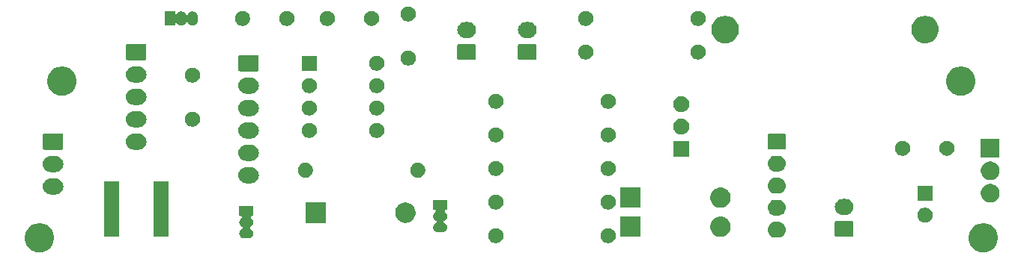
<source format=gbr>
G04 #@! TF.GenerationSoftware,KiCad,Pcbnew,5.1.5-1.fc31*
G04 #@! TF.CreationDate,2020-04-28T16:34:52+01:00*
G04 #@! TF.ProjectId,ReversingCam_FSAV433_v3.1,52657665-7273-4696-9e67-43616d5f4653,V3.1*
G04 #@! TF.SameCoordinates,Original*
G04 #@! TF.FileFunction,Soldermask,Top*
G04 #@! TF.FilePolarity,Negative*
%FSLAX46Y46*%
G04 Gerber Fmt 4.6, Leading zero omitted, Abs format (unit mm)*
G04 Created by KiCad (PCBNEW 5.1.5-1.fc31) date 2020-04-28 16:34:52*
%MOMM*%
%LPD*%
G04 APERTURE LIST*
%ADD10C,0.100000*%
G04 APERTURE END LIST*
D10*
G36*
X136729807Y-52486236D02*
G01*
X136861579Y-52512447D01*
X137162042Y-52636903D01*
X137432451Y-52817585D01*
X137662415Y-53047549D01*
X137834786Y-53305520D01*
X137843098Y-53317960D01*
X137859114Y-53356627D01*
X137945724Y-53565720D01*
X137967553Y-53618422D01*
X138030485Y-53934799D01*
X138031000Y-53937391D01*
X138031000Y-54262609D01*
X137967553Y-54581579D01*
X137843097Y-54882042D01*
X137662415Y-55152451D01*
X137432451Y-55382415D01*
X137162042Y-55563097D01*
X136861579Y-55687553D01*
X136755256Y-55708702D01*
X136542611Y-55751000D01*
X136217389Y-55751000D01*
X136004744Y-55708702D01*
X135898421Y-55687553D01*
X135597958Y-55563097D01*
X135327549Y-55382415D01*
X135097585Y-55152451D01*
X134916903Y-54882042D01*
X134792447Y-54581579D01*
X134729000Y-54262609D01*
X134729000Y-53937391D01*
X134729516Y-53934799D01*
X134792447Y-53618422D01*
X134814277Y-53565720D01*
X134900886Y-53356627D01*
X134916902Y-53317960D01*
X134925214Y-53305520D01*
X135097585Y-53047549D01*
X135327549Y-52817585D01*
X135597958Y-52636903D01*
X135898421Y-52512447D01*
X136030193Y-52486236D01*
X136217389Y-52449000D01*
X136542611Y-52449000D01*
X136729807Y-52486236D01*
G37*
G36*
X30049807Y-52486236D02*
G01*
X30181579Y-52512447D01*
X30482042Y-52636903D01*
X30752451Y-52817585D01*
X30982415Y-53047549D01*
X31154786Y-53305520D01*
X31163098Y-53317960D01*
X31179114Y-53356627D01*
X31265724Y-53565720D01*
X31287553Y-53618422D01*
X31350485Y-53934799D01*
X31351000Y-53937391D01*
X31351000Y-54262609D01*
X31287553Y-54581579D01*
X31163097Y-54882042D01*
X30982415Y-55152451D01*
X30752451Y-55382415D01*
X30482042Y-55563097D01*
X30181579Y-55687553D01*
X30075256Y-55708702D01*
X29862611Y-55751000D01*
X29537389Y-55751000D01*
X29324744Y-55708702D01*
X29218421Y-55687553D01*
X28917958Y-55563097D01*
X28647549Y-55382415D01*
X28417585Y-55152451D01*
X28236903Y-54882042D01*
X28112447Y-54581579D01*
X28049000Y-54262609D01*
X28049000Y-53937391D01*
X28049516Y-53934799D01*
X28112447Y-53618422D01*
X28134277Y-53565720D01*
X28220886Y-53356627D01*
X28236902Y-53317960D01*
X28245214Y-53305520D01*
X28417585Y-53047549D01*
X28647549Y-52817585D01*
X28917958Y-52636903D01*
X29218421Y-52512447D01*
X29350193Y-52486236D01*
X29537389Y-52449000D01*
X29862611Y-52449000D01*
X30049807Y-52486236D01*
G37*
G36*
X94228228Y-53029703D02*
G01*
X94383100Y-53093853D01*
X94522481Y-53186985D01*
X94641015Y-53305519D01*
X94734147Y-53444900D01*
X94798297Y-53599772D01*
X94831000Y-53764184D01*
X94831000Y-53931816D01*
X94798297Y-54096228D01*
X94734147Y-54251100D01*
X94641015Y-54390481D01*
X94522481Y-54509015D01*
X94383100Y-54602147D01*
X94228228Y-54666297D01*
X94063816Y-54699000D01*
X93896184Y-54699000D01*
X93731772Y-54666297D01*
X93576900Y-54602147D01*
X93437519Y-54509015D01*
X93318985Y-54390481D01*
X93225853Y-54251100D01*
X93161703Y-54096228D01*
X93129000Y-53931816D01*
X93129000Y-53764184D01*
X93161703Y-53599772D01*
X93225853Y-53444900D01*
X93318985Y-53305519D01*
X93437519Y-53186985D01*
X93576900Y-53093853D01*
X93731772Y-53029703D01*
X93896184Y-52997000D01*
X94063816Y-52997000D01*
X94228228Y-53029703D01*
G37*
G36*
X81528228Y-53029703D02*
G01*
X81683100Y-53093853D01*
X81822481Y-53186985D01*
X81941015Y-53305519D01*
X82034147Y-53444900D01*
X82098297Y-53599772D01*
X82131000Y-53764184D01*
X82131000Y-53931816D01*
X82098297Y-54096228D01*
X82034147Y-54251100D01*
X81941015Y-54390481D01*
X81822481Y-54509015D01*
X81683100Y-54602147D01*
X81528228Y-54666297D01*
X81363816Y-54699000D01*
X81196184Y-54699000D01*
X81031772Y-54666297D01*
X80876900Y-54602147D01*
X80737519Y-54509015D01*
X80618985Y-54390481D01*
X80525853Y-54251100D01*
X80461703Y-54096228D01*
X80429000Y-53931816D01*
X80429000Y-53764184D01*
X80461703Y-53599772D01*
X80525853Y-53444900D01*
X80618985Y-53305519D01*
X80737519Y-53186985D01*
X80876900Y-53093853D01*
X81031772Y-53029703D01*
X81196184Y-52997000D01*
X81363816Y-52997000D01*
X81528228Y-53029703D01*
G37*
G36*
X53887000Y-51630000D02*
G01*
X53722660Y-51630000D01*
X53698274Y-51632402D01*
X53674825Y-51639515D01*
X53653214Y-51651066D01*
X53634272Y-51666611D01*
X53618727Y-51685553D01*
X53607176Y-51707164D01*
X53600063Y-51730613D01*
X53597661Y-51754999D01*
X53600063Y-51779385D01*
X53607176Y-51802834D01*
X53618727Y-51824445D01*
X53634272Y-51843387D01*
X53643345Y-51851609D01*
X53720264Y-51914736D01*
X53792244Y-52002443D01*
X53825403Y-52064480D01*
X53845728Y-52102505D01*
X53845729Y-52102508D01*
X53878666Y-52211084D01*
X53889787Y-52324000D01*
X53878666Y-52436916D01*
X53855753Y-52512447D01*
X53845728Y-52545495D01*
X53830522Y-52573943D01*
X53792244Y-52645557D01*
X53720264Y-52733264D01*
X53632557Y-52805244D01*
X53579629Y-52833534D01*
X53551141Y-52848761D01*
X53530766Y-52862375D01*
X53513439Y-52879702D01*
X53499826Y-52900076D01*
X53490448Y-52922715D01*
X53485668Y-52946748D01*
X53485668Y-52971252D01*
X53490448Y-52995285D01*
X53499826Y-53017924D01*
X53513440Y-53038299D01*
X53530767Y-53055626D01*
X53551141Y-53069239D01*
X53632557Y-53112756D01*
X53720264Y-53184736D01*
X53792244Y-53272443D01*
X53816572Y-53317958D01*
X53845728Y-53372505D01*
X53845729Y-53372508D01*
X53878666Y-53481084D01*
X53889787Y-53594000D01*
X53878666Y-53706916D01*
X53845729Y-53815492D01*
X53845728Y-53815495D01*
X53830171Y-53844600D01*
X53792244Y-53915557D01*
X53720264Y-54003264D01*
X53632557Y-54075244D01*
X53568601Y-54109429D01*
X53532495Y-54128728D01*
X53532492Y-54128729D01*
X53423916Y-54161666D01*
X53339298Y-54170000D01*
X52832702Y-54170000D01*
X52748084Y-54161666D01*
X52639508Y-54128729D01*
X52639505Y-54128728D01*
X52603399Y-54109429D01*
X52539443Y-54075244D01*
X52451736Y-54003264D01*
X52379756Y-53915557D01*
X52341829Y-53844600D01*
X52326272Y-53815495D01*
X52326271Y-53815492D01*
X52293334Y-53706916D01*
X52282213Y-53594000D01*
X52293334Y-53481084D01*
X52326271Y-53372508D01*
X52326272Y-53372505D01*
X52355428Y-53317958D01*
X52379756Y-53272443D01*
X52451736Y-53184736D01*
X52539443Y-53112756D01*
X52620859Y-53069239D01*
X52641234Y-53055625D01*
X52658561Y-53038298D01*
X52672174Y-53017924D01*
X52681552Y-52995285D01*
X52686332Y-52971252D01*
X52686332Y-52946748D01*
X52681552Y-52922715D01*
X52672174Y-52900076D01*
X52658560Y-52879701D01*
X52641233Y-52862374D01*
X52620859Y-52848761D01*
X52592371Y-52833534D01*
X52539443Y-52805244D01*
X52451736Y-52733264D01*
X52379756Y-52645557D01*
X52341478Y-52573943D01*
X52326272Y-52545495D01*
X52316247Y-52512447D01*
X52293334Y-52436916D01*
X52282213Y-52324000D01*
X52293334Y-52211084D01*
X52326271Y-52102508D01*
X52326272Y-52102505D01*
X52346597Y-52064480D01*
X52379756Y-52002443D01*
X52451736Y-51914736D01*
X52528646Y-51851617D01*
X52545965Y-51834298D01*
X52559579Y-51813923D01*
X52568957Y-51791284D01*
X52573737Y-51767251D01*
X52573737Y-51742747D01*
X52568957Y-51718714D01*
X52559579Y-51696075D01*
X52545966Y-51675701D01*
X52528639Y-51658374D01*
X52508264Y-51644760D01*
X52485625Y-51635382D01*
X52461592Y-51630602D01*
X52449340Y-51630000D01*
X52285000Y-51630000D01*
X52285000Y-50478000D01*
X53887000Y-50478000D01*
X53887000Y-51630000D01*
G37*
G36*
X113265442Y-52285518D02*
G01*
X113331627Y-52292037D01*
X113501466Y-52343557D01*
X113657991Y-52427222D01*
X113669803Y-52436916D01*
X113795186Y-52539814D01*
X113874863Y-52636902D01*
X113907778Y-52677009D01*
X113907779Y-52677011D01*
X113982918Y-52817584D01*
X113991443Y-52833534D01*
X114042963Y-53003373D01*
X114060359Y-53180000D01*
X114042963Y-53356627D01*
X113991443Y-53526466D01*
X113907778Y-53682991D01*
X113888145Y-53706914D01*
X113795186Y-53820186D01*
X113725162Y-53877652D01*
X113657991Y-53932778D01*
X113501466Y-54016443D01*
X113331627Y-54067963D01*
X113265442Y-54074482D01*
X113199260Y-54081000D01*
X112860740Y-54081000D01*
X112794558Y-54074482D01*
X112728373Y-54067963D01*
X112558534Y-54016443D01*
X112402009Y-53932778D01*
X112334838Y-53877652D01*
X112264814Y-53820186D01*
X112171855Y-53706914D01*
X112152222Y-53682991D01*
X112068557Y-53526466D01*
X112017037Y-53356627D01*
X111999641Y-53180000D01*
X112017037Y-53003373D01*
X112068557Y-52833534D01*
X112077083Y-52817584D01*
X112152221Y-52677011D01*
X112152222Y-52677009D01*
X112185137Y-52636902D01*
X112264814Y-52539814D01*
X112390197Y-52436916D01*
X112402009Y-52427222D01*
X112558534Y-52343557D01*
X112728373Y-52292037D01*
X112794557Y-52285519D01*
X112860740Y-52279000D01*
X113199260Y-52279000D01*
X113265442Y-52285518D01*
G37*
G36*
X121558600Y-52188989D02*
G01*
X121591652Y-52199015D01*
X121622103Y-52215292D01*
X121648799Y-52237201D01*
X121670708Y-52263897D01*
X121686985Y-52294348D01*
X121697011Y-52327400D01*
X121701000Y-52367903D01*
X121701000Y-53804097D01*
X121697011Y-53844600D01*
X121686985Y-53877652D01*
X121670708Y-53908103D01*
X121648799Y-53934799D01*
X121622103Y-53956708D01*
X121591652Y-53972985D01*
X121558600Y-53983011D01*
X121518097Y-53987000D01*
X119781903Y-53987000D01*
X119741400Y-53983011D01*
X119708348Y-53972985D01*
X119677897Y-53956708D01*
X119651201Y-53934799D01*
X119629292Y-53908103D01*
X119613015Y-53877652D01*
X119602989Y-53844600D01*
X119599000Y-53804097D01*
X119599000Y-52367903D01*
X119602989Y-52327400D01*
X119613015Y-52294348D01*
X119629292Y-52263897D01*
X119651201Y-52237201D01*
X119677897Y-52215292D01*
X119708348Y-52199015D01*
X119741400Y-52188989D01*
X119781903Y-52185000D01*
X121518097Y-52185000D01*
X121558600Y-52188989D01*
G37*
G36*
X106904549Y-51703116D02*
G01*
X107015734Y-51725232D01*
X107124364Y-51770228D01*
X107175198Y-51791284D01*
X107225203Y-51811997D01*
X107413720Y-51937960D01*
X107574040Y-52098280D01*
X107694793Y-52279000D01*
X107700004Y-52286799D01*
X107703131Y-52294348D01*
X107786768Y-52496266D01*
X107831000Y-52718636D01*
X107831000Y-52945364D01*
X107786768Y-53167734D01*
X107700003Y-53377203D01*
X107574040Y-53565720D01*
X107413720Y-53726040D01*
X107225203Y-53852003D01*
X107015734Y-53938768D01*
X106925543Y-53956708D01*
X106793365Y-53983000D01*
X106566635Y-53983000D01*
X106434457Y-53956708D01*
X106344266Y-53938768D01*
X106134797Y-53852003D01*
X105946280Y-53726040D01*
X105785960Y-53565720D01*
X105659997Y-53377203D01*
X105573232Y-53167734D01*
X105529000Y-52945364D01*
X105529000Y-52718636D01*
X105573232Y-52496266D01*
X105656869Y-52294348D01*
X105659996Y-52286799D01*
X105665207Y-52279000D01*
X105785960Y-52098280D01*
X105946280Y-51937960D01*
X106134797Y-51811997D01*
X106184803Y-51791284D01*
X106235636Y-51770228D01*
X106344266Y-51725232D01*
X106455451Y-51703116D01*
X106566635Y-51681000D01*
X106793365Y-51681000D01*
X106904549Y-51703116D01*
G37*
G36*
X97671000Y-53983000D02*
G01*
X95369000Y-53983000D01*
X95369000Y-51681000D01*
X97671000Y-51681000D01*
X97671000Y-53983000D01*
G37*
G36*
X44310000Y-53945000D02*
G01*
X42570000Y-53945000D01*
X42570000Y-47655000D01*
X44310000Y-47655000D01*
X44310000Y-53945000D01*
G37*
G36*
X38710000Y-53945000D02*
G01*
X36970000Y-53945000D01*
X36970000Y-47655000D01*
X38710000Y-47655000D01*
X38710000Y-53945000D01*
G37*
G36*
X75794500Y-50931500D02*
G01*
X75630160Y-50931500D01*
X75605774Y-50933902D01*
X75582325Y-50941015D01*
X75560714Y-50952566D01*
X75541772Y-50968111D01*
X75526227Y-50987053D01*
X75514676Y-51008664D01*
X75507563Y-51032113D01*
X75505161Y-51056499D01*
X75507563Y-51080885D01*
X75514676Y-51104334D01*
X75526227Y-51125945D01*
X75541772Y-51144887D01*
X75550845Y-51153109D01*
X75627764Y-51216236D01*
X75699744Y-51303943D01*
X75721689Y-51345000D01*
X75753228Y-51404005D01*
X75753229Y-51404008D01*
X75786166Y-51512584D01*
X75797287Y-51625500D01*
X75786166Y-51738416D01*
X75753229Y-51846992D01*
X75753228Y-51846995D01*
X75750753Y-51851625D01*
X75699744Y-51947057D01*
X75627764Y-52034764D01*
X75540057Y-52106744D01*
X75458641Y-52150261D01*
X75438266Y-52163875D01*
X75420939Y-52181202D01*
X75407326Y-52201576D01*
X75397948Y-52224215D01*
X75393168Y-52248248D01*
X75393168Y-52272752D01*
X75397948Y-52296785D01*
X75407326Y-52319424D01*
X75420940Y-52339799D01*
X75438267Y-52357126D01*
X75458641Y-52370739D01*
X75540057Y-52414256D01*
X75627764Y-52486236D01*
X75699744Y-52573943D01*
X75733396Y-52636902D01*
X75753228Y-52674005D01*
X75753229Y-52674008D01*
X75786166Y-52782584D01*
X75797287Y-52895500D01*
X75786166Y-53008416D01*
X75760248Y-53093853D01*
X75753228Y-53116995D01*
X75733929Y-53153101D01*
X75699744Y-53217057D01*
X75627764Y-53304764D01*
X75540057Y-53376744D01*
X75476101Y-53410929D01*
X75439995Y-53430228D01*
X75439992Y-53430229D01*
X75331416Y-53463166D01*
X75246798Y-53471500D01*
X74740202Y-53471500D01*
X74655584Y-53463166D01*
X74547008Y-53430229D01*
X74547005Y-53430228D01*
X74510899Y-53410929D01*
X74446943Y-53376744D01*
X74359236Y-53304764D01*
X74287256Y-53217057D01*
X74253071Y-53153101D01*
X74233772Y-53116995D01*
X74226752Y-53093853D01*
X74200834Y-53008416D01*
X74189713Y-52895500D01*
X74200834Y-52782584D01*
X74233771Y-52674008D01*
X74233772Y-52674005D01*
X74253604Y-52636902D01*
X74287256Y-52573943D01*
X74359236Y-52486236D01*
X74446943Y-52414256D01*
X74528359Y-52370739D01*
X74548734Y-52357125D01*
X74566061Y-52339798D01*
X74579674Y-52319424D01*
X74589052Y-52296785D01*
X74593832Y-52272752D01*
X74593832Y-52248248D01*
X74589052Y-52224215D01*
X74579674Y-52201576D01*
X74566060Y-52181201D01*
X74548733Y-52163874D01*
X74528359Y-52150261D01*
X74446943Y-52106744D01*
X74359236Y-52034764D01*
X74287256Y-51947057D01*
X74236247Y-51851625D01*
X74233772Y-51846995D01*
X74233771Y-51846992D01*
X74200834Y-51738416D01*
X74189713Y-51625500D01*
X74200834Y-51512584D01*
X74233771Y-51404008D01*
X74233772Y-51404005D01*
X74265311Y-51345000D01*
X74287256Y-51303943D01*
X74359236Y-51216236D01*
X74436146Y-51153117D01*
X74453465Y-51135798D01*
X74467079Y-51115423D01*
X74476457Y-51092784D01*
X74481237Y-51068751D01*
X74481237Y-51044247D01*
X74476457Y-51020214D01*
X74467079Y-50997575D01*
X74453466Y-50977201D01*
X74436139Y-50959874D01*
X74415764Y-50946260D01*
X74393125Y-50936882D01*
X74369092Y-50932102D01*
X74356840Y-50931500D01*
X74192500Y-50931500D01*
X74192500Y-49779500D01*
X75794500Y-49779500D01*
X75794500Y-50931500D01*
G37*
G36*
X71281049Y-50115616D02*
G01*
X71392234Y-50137732D01*
X71601703Y-50224497D01*
X71790220Y-50350460D01*
X71950540Y-50510780D01*
X72076503Y-50699297D01*
X72163268Y-50908766D01*
X72177342Y-50979519D01*
X72207500Y-51131135D01*
X72207500Y-51357865D01*
X72192599Y-51432778D01*
X72163268Y-51580234D01*
X72144518Y-51625500D01*
X72084570Y-51770229D01*
X72076503Y-51789703D01*
X71950540Y-51978220D01*
X71790220Y-52138540D01*
X71601703Y-52264503D01*
X71392234Y-52351268D01*
X71281049Y-52373384D01*
X71169865Y-52395500D01*
X70943135Y-52395500D01*
X70831951Y-52373384D01*
X70720766Y-52351268D01*
X70511297Y-52264503D01*
X70322780Y-52138540D01*
X70162460Y-51978220D01*
X70036497Y-51789703D01*
X70028431Y-51770229D01*
X69968482Y-51625500D01*
X69949732Y-51580234D01*
X69920401Y-51432778D01*
X69905500Y-51357865D01*
X69905500Y-51131135D01*
X69935658Y-50979519D01*
X69949732Y-50908766D01*
X70036497Y-50699297D01*
X70162460Y-50510780D01*
X70322780Y-50350460D01*
X70511297Y-50224497D01*
X70720766Y-50137732D01*
X70831951Y-50115616D01*
X70943135Y-50093500D01*
X71169865Y-50093500D01*
X71281049Y-50115616D01*
G37*
G36*
X62047500Y-52395500D02*
G01*
X59745500Y-52395500D01*
X59745500Y-50093500D01*
X62047500Y-50093500D01*
X62047500Y-52395500D01*
G37*
G36*
X130042228Y-50703703D02*
G01*
X130197100Y-50767853D01*
X130336481Y-50860985D01*
X130455015Y-50979519D01*
X130548147Y-51118900D01*
X130612297Y-51273772D01*
X130645000Y-51438184D01*
X130645000Y-51605816D01*
X130612297Y-51770228D01*
X130548147Y-51925100D01*
X130455015Y-52064481D01*
X130336481Y-52183015D01*
X130197100Y-52276147D01*
X130042228Y-52340297D01*
X129877816Y-52373000D01*
X129710184Y-52373000D01*
X129545772Y-52340297D01*
X129390900Y-52276147D01*
X129251519Y-52183015D01*
X129132985Y-52064481D01*
X129039853Y-51925100D01*
X128975703Y-51770228D01*
X128943000Y-51605816D01*
X128943000Y-51438184D01*
X128975703Y-51273772D01*
X129039853Y-51118900D01*
X129132985Y-50979519D01*
X129251519Y-50860985D01*
X129390900Y-50767853D01*
X129545772Y-50703703D01*
X129710184Y-50671000D01*
X129877816Y-50671000D01*
X130042228Y-50703703D01*
G37*
G36*
X113265442Y-49785518D02*
G01*
X113331627Y-49792037D01*
X113501466Y-49843557D01*
X113657991Y-49927222D01*
X113680645Y-49945814D01*
X113795186Y-50039814D01*
X113862481Y-50121815D01*
X113907778Y-50177009D01*
X113991443Y-50333534D01*
X114042963Y-50503373D01*
X114060359Y-50680000D01*
X114042963Y-50856627D01*
X113991443Y-51026466D01*
X113907778Y-51182991D01*
X113880494Y-51216236D01*
X113795186Y-51320186D01*
X113693729Y-51403448D01*
X113657991Y-51432778D01*
X113501466Y-51516443D01*
X113331627Y-51567963D01*
X113265443Y-51574481D01*
X113199260Y-51581000D01*
X112860740Y-51581000D01*
X112794558Y-51574482D01*
X112728373Y-51567963D01*
X112558534Y-51516443D01*
X112402009Y-51432778D01*
X112366271Y-51403448D01*
X112264814Y-51320186D01*
X112179506Y-51216236D01*
X112152222Y-51182991D01*
X112068557Y-51026466D01*
X112017037Y-50856627D01*
X111999641Y-50680000D01*
X112017037Y-50503373D01*
X112068557Y-50333534D01*
X112152222Y-50177009D01*
X112197519Y-50121815D01*
X112264814Y-50039814D01*
X112379355Y-49945814D01*
X112402009Y-49927222D01*
X112558534Y-49843557D01*
X112728373Y-49792037D01*
X112794558Y-49785518D01*
X112860740Y-49779000D01*
X113199260Y-49779000D01*
X113265442Y-49785518D01*
G37*
G36*
X120894751Y-49689973D02*
G01*
X120976627Y-49698037D01*
X121146466Y-49749557D01*
X121302991Y-49833222D01*
X121315584Y-49843557D01*
X121440186Y-49945814D01*
X121509775Y-50030610D01*
X121552778Y-50083009D01*
X121552779Y-50083011D01*
X121628406Y-50224497D01*
X121636443Y-50239534D01*
X121687963Y-50409373D01*
X121705359Y-50586000D01*
X121687963Y-50762627D01*
X121643632Y-50908766D01*
X121636442Y-50932468D01*
X121634083Y-50936882D01*
X121552778Y-51088991D01*
X121528232Y-51118900D01*
X121440186Y-51226186D01*
X121345437Y-51303943D01*
X121302991Y-51338778D01*
X121146466Y-51422443D01*
X120976627Y-51473963D01*
X120910442Y-51480482D01*
X120844260Y-51487000D01*
X120455740Y-51487000D01*
X120389558Y-51480482D01*
X120323373Y-51473963D01*
X120153534Y-51422443D01*
X119997009Y-51338778D01*
X119954563Y-51303943D01*
X119859814Y-51226186D01*
X119771768Y-51118900D01*
X119747222Y-51088991D01*
X119665917Y-50936882D01*
X119663558Y-50932468D01*
X119656368Y-50908766D01*
X119612037Y-50762627D01*
X119594641Y-50586000D01*
X119612037Y-50409373D01*
X119663557Y-50239534D01*
X119671595Y-50224497D01*
X119747221Y-50083011D01*
X119747222Y-50083009D01*
X119790225Y-50030610D01*
X119859814Y-49945814D01*
X119984416Y-49843557D01*
X119997009Y-49833222D01*
X120153534Y-49749557D01*
X120323373Y-49698037D01*
X120405249Y-49689973D01*
X120455740Y-49685000D01*
X120844260Y-49685000D01*
X120894751Y-49689973D01*
G37*
G36*
X94228228Y-49219703D02*
G01*
X94383100Y-49283853D01*
X94522481Y-49376985D01*
X94641015Y-49495519D01*
X94734147Y-49634900D01*
X94798297Y-49789772D01*
X94831000Y-49954184D01*
X94831000Y-50121816D01*
X94798297Y-50286228D01*
X94734147Y-50441100D01*
X94641015Y-50580481D01*
X94522481Y-50699015D01*
X94383100Y-50792147D01*
X94228228Y-50856297D01*
X94063816Y-50889000D01*
X93896184Y-50889000D01*
X93731772Y-50856297D01*
X93576900Y-50792147D01*
X93437519Y-50699015D01*
X93318985Y-50580481D01*
X93225853Y-50441100D01*
X93161703Y-50286228D01*
X93129000Y-50121816D01*
X93129000Y-49954184D01*
X93161703Y-49789772D01*
X93225853Y-49634900D01*
X93318985Y-49495519D01*
X93437519Y-49376985D01*
X93576900Y-49283853D01*
X93731772Y-49219703D01*
X93896184Y-49187000D01*
X94063816Y-49187000D01*
X94228228Y-49219703D01*
G37*
G36*
X81528228Y-49219703D02*
G01*
X81683100Y-49283853D01*
X81822481Y-49376985D01*
X81941015Y-49495519D01*
X82034147Y-49634900D01*
X82098297Y-49789772D01*
X82131000Y-49954184D01*
X82131000Y-50121816D01*
X82098297Y-50286228D01*
X82034147Y-50441100D01*
X81941015Y-50580481D01*
X81822481Y-50699015D01*
X81683100Y-50792147D01*
X81528228Y-50856297D01*
X81363816Y-50889000D01*
X81196184Y-50889000D01*
X81031772Y-50856297D01*
X80876900Y-50792147D01*
X80737519Y-50699015D01*
X80618985Y-50580481D01*
X80525853Y-50441100D01*
X80461703Y-50286228D01*
X80429000Y-50121816D01*
X80429000Y-49954184D01*
X80461703Y-49789772D01*
X80525853Y-49634900D01*
X80618985Y-49495519D01*
X80737519Y-49376985D01*
X80876900Y-49283853D01*
X81031772Y-49219703D01*
X81196184Y-49187000D01*
X81363816Y-49187000D01*
X81528228Y-49219703D01*
G37*
G36*
X106904549Y-48401116D02*
G01*
X107015734Y-48423232D01*
X107225203Y-48509997D01*
X107413720Y-48635960D01*
X107574040Y-48796280D01*
X107700003Y-48984797D01*
X107757462Y-49123514D01*
X107786768Y-49194267D01*
X107826697Y-49395000D01*
X107831000Y-49416636D01*
X107831000Y-49643364D01*
X107786768Y-49865734D01*
X107700003Y-50075203D01*
X107574040Y-50263720D01*
X107413720Y-50424040D01*
X107225203Y-50550003D01*
X107015734Y-50636768D01*
X106904549Y-50658884D01*
X106793365Y-50681000D01*
X106566635Y-50681000D01*
X106455451Y-50658884D01*
X106344266Y-50636768D01*
X106134797Y-50550003D01*
X105946280Y-50424040D01*
X105785960Y-50263720D01*
X105659997Y-50075203D01*
X105573232Y-49865734D01*
X105529000Y-49643364D01*
X105529000Y-49416636D01*
X105533304Y-49395000D01*
X105573232Y-49194267D01*
X105602539Y-49123514D01*
X105659997Y-48984797D01*
X105785960Y-48796280D01*
X105946280Y-48635960D01*
X106134797Y-48509997D01*
X106344266Y-48423232D01*
X106455451Y-48401116D01*
X106566635Y-48379000D01*
X106793365Y-48379000D01*
X106904549Y-48401116D01*
G37*
G36*
X97671000Y-50681000D02*
G01*
X95369000Y-50681000D01*
X95369000Y-48379000D01*
X97671000Y-48379000D01*
X97671000Y-50681000D01*
G37*
G36*
X137466564Y-48009389D02*
G01*
X137635716Y-48079454D01*
X137657835Y-48088616D01*
X137829973Y-48203635D01*
X137976365Y-48350027D01*
X138083254Y-48509997D01*
X138091385Y-48522167D01*
X138170611Y-48713436D01*
X138211000Y-48916484D01*
X138211000Y-49123516D01*
X138170611Y-49326564D01*
X138149726Y-49376985D01*
X138091384Y-49517835D01*
X137976365Y-49689973D01*
X137829973Y-49836365D01*
X137657835Y-49951384D01*
X137657834Y-49951385D01*
X137657833Y-49951385D01*
X137466564Y-50030611D01*
X137263516Y-50071000D01*
X137056484Y-50071000D01*
X136853436Y-50030611D01*
X136662167Y-49951385D01*
X136662166Y-49951385D01*
X136662165Y-49951384D01*
X136490027Y-49836365D01*
X136343635Y-49689973D01*
X136228616Y-49517835D01*
X136170274Y-49376985D01*
X136149389Y-49326564D01*
X136109000Y-49123516D01*
X136109000Y-48916484D01*
X136149389Y-48713436D01*
X136228615Y-48522167D01*
X136236747Y-48509997D01*
X136343635Y-48350027D01*
X136490027Y-48203635D01*
X136662165Y-48088616D01*
X136684284Y-48079454D01*
X136853436Y-48009389D01*
X137056484Y-47969000D01*
X137263516Y-47969000D01*
X137466564Y-48009389D01*
G37*
G36*
X130645000Y-49873000D02*
G01*
X128943000Y-49873000D01*
X128943000Y-48171000D01*
X130645000Y-48171000D01*
X130645000Y-49873000D01*
G37*
G36*
X31562345Y-47343442D02*
G01*
X31652548Y-47352326D01*
X31826157Y-47404990D01*
X31986156Y-47490511D01*
X32002782Y-47504156D01*
X32126397Y-47605603D01*
X32184999Y-47677011D01*
X32241489Y-47745844D01*
X32327010Y-47905843D01*
X32379674Y-48079452D01*
X32397456Y-48260000D01*
X32379674Y-48440548D01*
X32327010Y-48614157D01*
X32241489Y-48774156D01*
X32223332Y-48796280D01*
X32126397Y-48914397D01*
X32029729Y-48993729D01*
X31986156Y-49029489D01*
X31826157Y-49115010D01*
X31652548Y-49167674D01*
X31562345Y-49176558D01*
X31517245Y-49181000D01*
X30966755Y-49181000D01*
X30921655Y-49176558D01*
X30831452Y-49167674D01*
X30657843Y-49115010D01*
X30497844Y-49029489D01*
X30454271Y-48993729D01*
X30357603Y-48914397D01*
X30260668Y-48796280D01*
X30242511Y-48774156D01*
X30156990Y-48614157D01*
X30104326Y-48440548D01*
X30086544Y-48260000D01*
X30104326Y-48079452D01*
X30156990Y-47905843D01*
X30242511Y-47745844D01*
X30299001Y-47677011D01*
X30357603Y-47605603D01*
X30481218Y-47504156D01*
X30497844Y-47490511D01*
X30657843Y-47404990D01*
X30831452Y-47352326D01*
X30921655Y-47343442D01*
X30966755Y-47339000D01*
X31517245Y-47339000D01*
X31562345Y-47343442D01*
G37*
G36*
X113265442Y-47285518D02*
G01*
X113331627Y-47292037D01*
X113501466Y-47343557D01*
X113657991Y-47427222D01*
X113693729Y-47456552D01*
X113795186Y-47539814D01*
X113878448Y-47641271D01*
X113907778Y-47677009D01*
X113991443Y-47833534D01*
X114042963Y-48003373D01*
X114060359Y-48180000D01*
X114042963Y-48356627D01*
X113991443Y-48526466D01*
X113907778Y-48682991D01*
X113882793Y-48713435D01*
X113795186Y-48820186D01*
X113693729Y-48903448D01*
X113657991Y-48932778D01*
X113501466Y-49016443D01*
X113331627Y-49067963D01*
X113265442Y-49074482D01*
X113199260Y-49081000D01*
X112860740Y-49081000D01*
X112794558Y-49074482D01*
X112728373Y-49067963D01*
X112558534Y-49016443D01*
X112402009Y-48932778D01*
X112366271Y-48903448D01*
X112264814Y-48820186D01*
X112177207Y-48713435D01*
X112152222Y-48682991D01*
X112068557Y-48526466D01*
X112017037Y-48356627D01*
X111999641Y-48180000D01*
X112017037Y-48003373D01*
X112068557Y-47833534D01*
X112152222Y-47677009D01*
X112181552Y-47641271D01*
X112264814Y-47539814D01*
X112366271Y-47456552D01*
X112402009Y-47427222D01*
X112558534Y-47343557D01*
X112728373Y-47292037D01*
X112794558Y-47285518D01*
X112860740Y-47279000D01*
X113199260Y-47279000D01*
X113265442Y-47285518D01*
G37*
G36*
X53660345Y-46073442D02*
G01*
X53750548Y-46082326D01*
X53924157Y-46134990D01*
X54084156Y-46220511D01*
X54100782Y-46234156D01*
X54224397Y-46335603D01*
X54303729Y-46432271D01*
X54339489Y-46475844D01*
X54425010Y-46635843D01*
X54477674Y-46809452D01*
X54495456Y-46990000D01*
X54477674Y-47170548D01*
X54425010Y-47344157D01*
X54339489Y-47504156D01*
X54310225Y-47539814D01*
X54224397Y-47644397D01*
X54127729Y-47723729D01*
X54084156Y-47759489D01*
X53924157Y-47845010D01*
X53750548Y-47897674D01*
X53667625Y-47905841D01*
X53615245Y-47911000D01*
X53064755Y-47911000D01*
X53012375Y-47905841D01*
X52929452Y-47897674D01*
X52755843Y-47845010D01*
X52595844Y-47759489D01*
X52552271Y-47723729D01*
X52455603Y-47644397D01*
X52369775Y-47539814D01*
X52340511Y-47504156D01*
X52254990Y-47344157D01*
X52202326Y-47170548D01*
X52184544Y-46990000D01*
X52202326Y-46809452D01*
X52254990Y-46635843D01*
X52340511Y-46475844D01*
X52376271Y-46432271D01*
X52455603Y-46335603D01*
X52579218Y-46234156D01*
X52595844Y-46220511D01*
X52755843Y-46134990D01*
X52929452Y-46082326D01*
X53019655Y-46073442D01*
X53064755Y-46069000D01*
X53615245Y-46069000D01*
X53660345Y-46073442D01*
G37*
G36*
X137466564Y-45469389D02*
G01*
X137635716Y-45539454D01*
X137657835Y-45548616D01*
X137735040Y-45600203D01*
X137829973Y-45663635D01*
X137976365Y-45810027D01*
X138091385Y-45982167D01*
X138170611Y-46173436D01*
X138211000Y-46376484D01*
X138211000Y-46583516D01*
X138170611Y-46786564D01*
X138098366Y-46960980D01*
X138091384Y-46977835D01*
X137976365Y-47149973D01*
X137829973Y-47296365D01*
X137657835Y-47411384D01*
X137657834Y-47411385D01*
X137657833Y-47411385D01*
X137466564Y-47490611D01*
X137263516Y-47531000D01*
X137056484Y-47531000D01*
X136853436Y-47490611D01*
X136662167Y-47411385D01*
X136662166Y-47411385D01*
X136662165Y-47411384D01*
X136490027Y-47296365D01*
X136343635Y-47149973D01*
X136228616Y-46977835D01*
X136221634Y-46960980D01*
X136149389Y-46786564D01*
X136109000Y-46583516D01*
X136109000Y-46376484D01*
X136149389Y-46173436D01*
X136228615Y-45982167D01*
X136343635Y-45810027D01*
X136490027Y-45663635D01*
X136584960Y-45600203D01*
X136662165Y-45548616D01*
X136684284Y-45539454D01*
X136853436Y-45469389D01*
X137056484Y-45429000D01*
X137263516Y-45429000D01*
X137466564Y-45469389D01*
G37*
G36*
X72701728Y-45600203D02*
G01*
X72856600Y-45664353D01*
X72995981Y-45757485D01*
X73114515Y-45876019D01*
X73207647Y-46015400D01*
X73271797Y-46170272D01*
X73304500Y-46334684D01*
X73304500Y-46502316D01*
X73271797Y-46666728D01*
X73207647Y-46821600D01*
X73114515Y-46960981D01*
X72995981Y-47079515D01*
X72856600Y-47172647D01*
X72701728Y-47236797D01*
X72537316Y-47269500D01*
X72369684Y-47269500D01*
X72205272Y-47236797D01*
X72050400Y-47172647D01*
X71911019Y-47079515D01*
X71792485Y-46960981D01*
X71699353Y-46821600D01*
X71635203Y-46666728D01*
X71602500Y-46502316D01*
X71602500Y-46334684D01*
X71635203Y-46170272D01*
X71699353Y-46015400D01*
X71792485Y-45876019D01*
X71911019Y-45757485D01*
X72050400Y-45664353D01*
X72205272Y-45600203D01*
X72369684Y-45567500D01*
X72537316Y-45567500D01*
X72701728Y-45600203D01*
G37*
G36*
X60001728Y-45600203D02*
G01*
X60156600Y-45664353D01*
X60295981Y-45757485D01*
X60414515Y-45876019D01*
X60507647Y-46015400D01*
X60571797Y-46170272D01*
X60604500Y-46334684D01*
X60604500Y-46502316D01*
X60571797Y-46666728D01*
X60507647Y-46821600D01*
X60414515Y-46960981D01*
X60295981Y-47079515D01*
X60156600Y-47172647D01*
X60001728Y-47236797D01*
X59837316Y-47269500D01*
X59669684Y-47269500D01*
X59505272Y-47236797D01*
X59350400Y-47172647D01*
X59211019Y-47079515D01*
X59092485Y-46960981D01*
X58999353Y-46821600D01*
X58935203Y-46666728D01*
X58902500Y-46502316D01*
X58902500Y-46334684D01*
X58935203Y-46170272D01*
X58999353Y-46015400D01*
X59092485Y-45876019D01*
X59211019Y-45757485D01*
X59350400Y-45664353D01*
X59505272Y-45600203D01*
X59669684Y-45567500D01*
X59837316Y-45567500D01*
X60001728Y-45600203D01*
G37*
G36*
X81528228Y-45409703D02*
G01*
X81683100Y-45473853D01*
X81822481Y-45566985D01*
X81941015Y-45685519D01*
X82034147Y-45824900D01*
X82098297Y-45979772D01*
X82131000Y-46144184D01*
X82131000Y-46311816D01*
X82098297Y-46476228D01*
X82034147Y-46631100D01*
X81941015Y-46770481D01*
X81822481Y-46889015D01*
X81683100Y-46982147D01*
X81528228Y-47046297D01*
X81363816Y-47079000D01*
X81196184Y-47079000D01*
X81031772Y-47046297D01*
X80876900Y-46982147D01*
X80737519Y-46889015D01*
X80618985Y-46770481D01*
X80525853Y-46631100D01*
X80461703Y-46476228D01*
X80429000Y-46311816D01*
X80429000Y-46144184D01*
X80461703Y-45979772D01*
X80525853Y-45824900D01*
X80618985Y-45685519D01*
X80737519Y-45566985D01*
X80876900Y-45473853D01*
X81031772Y-45409703D01*
X81196184Y-45377000D01*
X81363816Y-45377000D01*
X81528228Y-45409703D01*
G37*
G36*
X94228228Y-45409703D02*
G01*
X94383100Y-45473853D01*
X94522481Y-45566985D01*
X94641015Y-45685519D01*
X94734147Y-45824900D01*
X94798297Y-45979772D01*
X94831000Y-46144184D01*
X94831000Y-46311816D01*
X94798297Y-46476228D01*
X94734147Y-46631100D01*
X94641015Y-46770481D01*
X94522481Y-46889015D01*
X94383100Y-46982147D01*
X94228228Y-47046297D01*
X94063816Y-47079000D01*
X93896184Y-47079000D01*
X93731772Y-47046297D01*
X93576900Y-46982147D01*
X93437519Y-46889015D01*
X93318985Y-46770481D01*
X93225853Y-46631100D01*
X93161703Y-46476228D01*
X93129000Y-46311816D01*
X93129000Y-46144184D01*
X93161703Y-45979772D01*
X93225853Y-45824900D01*
X93318985Y-45685519D01*
X93437519Y-45566985D01*
X93576900Y-45473853D01*
X93731772Y-45409703D01*
X93896184Y-45377000D01*
X94063816Y-45377000D01*
X94228228Y-45409703D01*
G37*
G36*
X31562345Y-44803442D02*
G01*
X31652548Y-44812326D01*
X31826157Y-44864990D01*
X31986156Y-44950511D01*
X32002782Y-44964156D01*
X32126397Y-45065603D01*
X32205729Y-45162271D01*
X32241489Y-45205844D01*
X32327010Y-45365843D01*
X32379674Y-45539452D01*
X32397456Y-45720000D01*
X32379674Y-45900548D01*
X32327010Y-46074157D01*
X32241489Y-46234156D01*
X32205729Y-46277729D01*
X32126397Y-46374397D01*
X32055257Y-46432779D01*
X31986156Y-46489489D01*
X31826157Y-46575010D01*
X31652548Y-46627674D01*
X31569625Y-46635841D01*
X31517245Y-46641000D01*
X30966755Y-46641000D01*
X30914375Y-46635841D01*
X30831452Y-46627674D01*
X30657843Y-46575010D01*
X30497844Y-46489489D01*
X30428743Y-46432779D01*
X30357603Y-46374397D01*
X30278271Y-46277729D01*
X30242511Y-46234156D01*
X30156990Y-46074157D01*
X30104326Y-45900548D01*
X30086544Y-45720000D01*
X30104326Y-45539452D01*
X30156990Y-45365843D01*
X30242511Y-45205844D01*
X30278271Y-45162271D01*
X30357603Y-45065603D01*
X30481218Y-44964156D01*
X30497844Y-44950511D01*
X30657843Y-44864990D01*
X30831452Y-44812326D01*
X30921655Y-44803442D01*
X30966755Y-44799000D01*
X31517245Y-44799000D01*
X31562345Y-44803442D01*
G37*
G36*
X113265442Y-44785518D02*
G01*
X113331627Y-44792037D01*
X113501466Y-44843557D01*
X113657991Y-44927222D01*
X113693729Y-44956552D01*
X113795186Y-45039814D01*
X113878448Y-45141271D01*
X113907778Y-45177009D01*
X113907779Y-45177011D01*
X113976197Y-45305010D01*
X113991443Y-45333534D01*
X114042963Y-45503373D01*
X114060359Y-45680000D01*
X114042963Y-45856627D01*
X113991443Y-46026466D01*
X113907778Y-46182991D01*
X113878448Y-46218729D01*
X113795186Y-46320186D01*
X113726583Y-46376486D01*
X113657991Y-46432778D01*
X113657989Y-46432779D01*
X113527898Y-46502315D01*
X113501466Y-46516443D01*
X113331627Y-46567963D01*
X113265442Y-46574482D01*
X113199260Y-46581000D01*
X112860740Y-46581000D01*
X112794558Y-46574482D01*
X112728373Y-46567963D01*
X112558534Y-46516443D01*
X112532103Y-46502315D01*
X112402011Y-46432779D01*
X112402009Y-46432778D01*
X112333417Y-46376486D01*
X112264814Y-46320186D01*
X112181552Y-46218729D01*
X112152222Y-46182991D01*
X112068557Y-46026466D01*
X112017037Y-45856627D01*
X111999641Y-45680000D01*
X112017037Y-45503373D01*
X112068557Y-45333534D01*
X112083804Y-45305010D01*
X112152221Y-45177011D01*
X112152222Y-45177009D01*
X112181552Y-45141271D01*
X112264814Y-45039814D01*
X112366271Y-44956552D01*
X112402009Y-44927222D01*
X112558534Y-44843557D01*
X112728373Y-44792037D01*
X112794557Y-44785519D01*
X112860740Y-44779000D01*
X113199260Y-44779000D01*
X113265442Y-44785518D01*
G37*
G36*
X53660345Y-43533442D02*
G01*
X53750548Y-43542326D01*
X53924157Y-43594990D01*
X54084156Y-43680511D01*
X54100782Y-43694156D01*
X54224397Y-43795603D01*
X54300205Y-43887977D01*
X54339489Y-43935844D01*
X54400051Y-44049148D01*
X54420325Y-44087077D01*
X54425010Y-44095843D01*
X54477674Y-44269452D01*
X54495456Y-44450000D01*
X54477674Y-44630548D01*
X54425010Y-44804157D01*
X54339489Y-44964156D01*
X54303729Y-45007729D01*
X54224397Y-45104397D01*
X54135918Y-45177009D01*
X54084156Y-45219489D01*
X53924157Y-45305010D01*
X53750548Y-45357674D01*
X53667625Y-45365841D01*
X53615245Y-45371000D01*
X53064755Y-45371000D01*
X53012375Y-45365841D01*
X52929452Y-45357674D01*
X52755843Y-45305010D01*
X52595844Y-45219489D01*
X52544082Y-45177009D01*
X52455603Y-45104397D01*
X52376271Y-45007729D01*
X52340511Y-44964156D01*
X52254990Y-44804157D01*
X52202326Y-44630548D01*
X52184544Y-44450000D01*
X52202326Y-44269452D01*
X52254990Y-44095843D01*
X52259676Y-44087077D01*
X52279949Y-44049148D01*
X52340511Y-43935844D01*
X52379795Y-43887977D01*
X52455603Y-43795603D01*
X52579218Y-43694156D01*
X52595844Y-43680511D01*
X52755843Y-43594990D01*
X52929452Y-43542326D01*
X53019655Y-43533442D01*
X53064755Y-43529000D01*
X53615245Y-43529000D01*
X53660345Y-43533442D01*
G37*
G36*
X138211000Y-44991000D02*
G01*
X136109000Y-44991000D01*
X136109000Y-42889000D01*
X138211000Y-42889000D01*
X138211000Y-44991000D01*
G37*
G36*
X103136000Y-44906500D02*
G01*
X101334000Y-44906500D01*
X101334000Y-43104500D01*
X103136000Y-43104500D01*
X103136000Y-44906500D01*
G37*
G36*
X132502228Y-43123703D02*
G01*
X132657100Y-43187853D01*
X132796481Y-43280985D01*
X132915015Y-43399519D01*
X133008147Y-43538900D01*
X133072297Y-43693772D01*
X133105000Y-43858184D01*
X133105000Y-44025816D01*
X133072297Y-44190228D01*
X133008147Y-44345100D01*
X132915015Y-44484481D01*
X132796481Y-44603015D01*
X132657100Y-44696147D01*
X132502228Y-44760297D01*
X132337816Y-44793000D01*
X132170184Y-44793000D01*
X132005772Y-44760297D01*
X131850900Y-44696147D01*
X131711519Y-44603015D01*
X131592985Y-44484481D01*
X131499853Y-44345100D01*
X131435703Y-44190228D01*
X131403000Y-44025816D01*
X131403000Y-43858184D01*
X131435703Y-43693772D01*
X131499853Y-43538900D01*
X131592985Y-43399519D01*
X131711519Y-43280985D01*
X131850900Y-43187853D01*
X132005772Y-43123703D01*
X132170184Y-43091000D01*
X132337816Y-43091000D01*
X132502228Y-43123703D01*
G37*
G36*
X127502228Y-43123703D02*
G01*
X127657100Y-43187853D01*
X127796481Y-43280985D01*
X127915015Y-43399519D01*
X128008147Y-43538900D01*
X128072297Y-43693772D01*
X128105000Y-43858184D01*
X128105000Y-44025816D01*
X128072297Y-44190228D01*
X128008147Y-44345100D01*
X127915015Y-44484481D01*
X127796481Y-44603015D01*
X127657100Y-44696147D01*
X127502228Y-44760297D01*
X127337816Y-44793000D01*
X127170184Y-44793000D01*
X127005772Y-44760297D01*
X126850900Y-44696147D01*
X126711519Y-44603015D01*
X126592985Y-44484481D01*
X126499853Y-44345100D01*
X126435703Y-44190228D01*
X126403000Y-44025816D01*
X126403000Y-43858184D01*
X126435703Y-43693772D01*
X126499853Y-43538900D01*
X126592985Y-43399519D01*
X126711519Y-43280985D01*
X126850900Y-43187853D01*
X127005772Y-43123703D01*
X127170184Y-43091000D01*
X127337816Y-43091000D01*
X127502228Y-43123703D01*
G37*
G36*
X32251561Y-42262966D02*
G01*
X32284383Y-42272923D01*
X32314632Y-42289092D01*
X32341148Y-42310852D01*
X32362908Y-42337368D01*
X32379077Y-42367617D01*
X32389034Y-42400439D01*
X32393000Y-42440713D01*
X32393000Y-43919287D01*
X32389034Y-43959561D01*
X32379077Y-43992383D01*
X32362908Y-44022632D01*
X32341148Y-44049148D01*
X32314632Y-44070908D01*
X32284383Y-44087077D01*
X32251561Y-44097034D01*
X32211287Y-44101000D01*
X30272713Y-44101000D01*
X30232439Y-44097034D01*
X30199617Y-44087077D01*
X30169368Y-44070908D01*
X30142852Y-44049148D01*
X30121092Y-44022632D01*
X30104923Y-43992383D01*
X30094966Y-43959561D01*
X30091000Y-43919287D01*
X30091000Y-42440713D01*
X30094966Y-42400439D01*
X30104923Y-42367617D01*
X30121092Y-42337368D01*
X30142852Y-42310852D01*
X30169368Y-42289092D01*
X30199617Y-42272923D01*
X30232439Y-42262966D01*
X30272713Y-42259000D01*
X32211287Y-42259000D01*
X32251561Y-42262966D01*
G37*
G36*
X40955512Y-42262966D02*
G01*
X41050548Y-42272326D01*
X41224157Y-42324990D01*
X41384156Y-42410511D01*
X41400782Y-42424156D01*
X41524397Y-42525603D01*
X41603729Y-42622271D01*
X41639489Y-42665844D01*
X41725010Y-42825843D01*
X41777674Y-42999452D01*
X41795456Y-43180000D01*
X41777674Y-43360548D01*
X41725010Y-43534157D01*
X41639489Y-43694156D01*
X41603729Y-43737729D01*
X41524397Y-43834397D01*
X41446777Y-43898097D01*
X41384156Y-43949489D01*
X41224157Y-44035010D01*
X41050548Y-44087674D01*
X40967625Y-44095841D01*
X40915245Y-44101000D01*
X40364755Y-44101000D01*
X40312375Y-44095841D01*
X40229452Y-44087674D01*
X40055843Y-44035010D01*
X39895844Y-43949489D01*
X39833223Y-43898097D01*
X39755603Y-43834397D01*
X39676271Y-43737729D01*
X39640511Y-43694156D01*
X39554990Y-43534157D01*
X39502326Y-43360548D01*
X39484544Y-43180000D01*
X39502326Y-42999452D01*
X39554990Y-42825843D01*
X39640511Y-42665844D01*
X39676271Y-42622271D01*
X39755603Y-42525603D01*
X39879218Y-42424156D01*
X39895844Y-42410511D01*
X40055843Y-42324990D01*
X40229452Y-42272326D01*
X40324488Y-42262966D01*
X40364755Y-42259000D01*
X40915245Y-42259000D01*
X40955512Y-42262966D01*
G37*
G36*
X113913600Y-42282989D02*
G01*
X113946652Y-42293015D01*
X113977103Y-42309292D01*
X114003799Y-42331201D01*
X114025708Y-42357897D01*
X114041985Y-42388348D01*
X114052011Y-42421400D01*
X114056000Y-42461903D01*
X114056000Y-43898097D01*
X114052011Y-43938600D01*
X114041985Y-43971652D01*
X114025708Y-44002103D01*
X114003799Y-44028799D01*
X113977103Y-44050708D01*
X113946652Y-44066985D01*
X113913600Y-44077011D01*
X113873097Y-44081000D01*
X112186903Y-44081000D01*
X112146400Y-44077011D01*
X112113348Y-44066985D01*
X112082897Y-44050708D01*
X112056201Y-44028799D01*
X112034292Y-44002103D01*
X112018015Y-43971652D01*
X112007989Y-43938600D01*
X112004000Y-43898097D01*
X112004000Y-42461903D01*
X112007989Y-42421400D01*
X112018015Y-42388348D01*
X112034292Y-42357897D01*
X112056201Y-42331201D01*
X112082897Y-42309292D01*
X112113348Y-42293015D01*
X112146400Y-42282989D01*
X112186903Y-42279000D01*
X113873097Y-42279000D01*
X113913600Y-42282989D01*
G37*
G36*
X94228228Y-41599703D02*
G01*
X94383100Y-41663853D01*
X94522481Y-41756985D01*
X94641015Y-41875519D01*
X94734147Y-42014900D01*
X94798297Y-42169772D01*
X94831000Y-42334184D01*
X94831000Y-42501816D01*
X94798297Y-42666228D01*
X94734147Y-42821100D01*
X94641015Y-42960481D01*
X94522481Y-43079015D01*
X94383100Y-43172147D01*
X94228228Y-43236297D01*
X94063816Y-43269000D01*
X93896184Y-43269000D01*
X93731772Y-43236297D01*
X93576900Y-43172147D01*
X93437519Y-43079015D01*
X93318985Y-42960481D01*
X93225853Y-42821100D01*
X93161703Y-42666228D01*
X93129000Y-42501816D01*
X93129000Y-42334184D01*
X93161703Y-42169772D01*
X93225853Y-42014900D01*
X93318985Y-41875519D01*
X93437519Y-41756985D01*
X93576900Y-41663853D01*
X93731772Y-41599703D01*
X93896184Y-41567000D01*
X94063816Y-41567000D01*
X94228228Y-41599703D01*
G37*
G36*
X81528228Y-41599703D02*
G01*
X81683100Y-41663853D01*
X81822481Y-41756985D01*
X81941015Y-41875519D01*
X82034147Y-42014900D01*
X82098297Y-42169772D01*
X82131000Y-42334184D01*
X82131000Y-42501816D01*
X82098297Y-42666228D01*
X82034147Y-42821100D01*
X81941015Y-42960481D01*
X81822481Y-43079015D01*
X81683100Y-43172147D01*
X81528228Y-43236297D01*
X81363816Y-43269000D01*
X81196184Y-43269000D01*
X81031772Y-43236297D01*
X80876900Y-43172147D01*
X80737519Y-43079015D01*
X80618985Y-42960481D01*
X80525853Y-42821100D01*
X80461703Y-42666228D01*
X80429000Y-42501816D01*
X80429000Y-42334184D01*
X80461703Y-42169772D01*
X80525853Y-42014900D01*
X80618985Y-41875519D01*
X80737519Y-41756985D01*
X80876900Y-41663853D01*
X81031772Y-41599703D01*
X81196184Y-41567000D01*
X81363816Y-41567000D01*
X81528228Y-41599703D01*
G37*
G36*
X53660345Y-40993442D02*
G01*
X53750548Y-41002326D01*
X53924157Y-41054990D01*
X54084156Y-41140511D01*
X54102850Y-41155853D01*
X54224397Y-41255603D01*
X54303729Y-41352271D01*
X54339489Y-41395844D01*
X54425010Y-41555843D01*
X54477674Y-41729452D01*
X54495456Y-41910000D01*
X54477674Y-42090548D01*
X54425010Y-42264157D01*
X54425009Y-42264159D01*
X54417076Y-42279000D01*
X54339489Y-42424156D01*
X54303729Y-42467729D01*
X54224397Y-42564397D01*
X54127729Y-42643729D01*
X54084156Y-42679489D01*
X53924157Y-42765010D01*
X53750548Y-42817674D01*
X53667625Y-42825841D01*
X53615245Y-42831000D01*
X53064755Y-42831000D01*
X53012375Y-42825841D01*
X52929452Y-42817674D01*
X52755843Y-42765010D01*
X52595844Y-42679489D01*
X52552271Y-42643729D01*
X52455603Y-42564397D01*
X52376271Y-42467729D01*
X52340511Y-42424156D01*
X52262924Y-42279000D01*
X52254991Y-42264159D01*
X52254990Y-42264157D01*
X52202326Y-42090548D01*
X52184544Y-41910000D01*
X52202326Y-41729452D01*
X52254990Y-41555843D01*
X52340511Y-41395844D01*
X52376271Y-41352271D01*
X52455603Y-41255603D01*
X52577150Y-41155853D01*
X52595844Y-41140511D01*
X52755843Y-41054990D01*
X52929452Y-41002326D01*
X53019655Y-40993442D01*
X53064755Y-40989000D01*
X53615245Y-40989000D01*
X53660345Y-40993442D01*
G37*
G36*
X60446228Y-41091703D02*
G01*
X60601100Y-41155853D01*
X60740481Y-41248985D01*
X60859015Y-41367519D01*
X60952147Y-41506900D01*
X61016297Y-41661772D01*
X61049000Y-41826184D01*
X61049000Y-41993816D01*
X61016297Y-42158228D01*
X60952147Y-42313100D01*
X60859015Y-42452481D01*
X60740481Y-42571015D01*
X60601100Y-42664147D01*
X60446228Y-42728297D01*
X60281816Y-42761000D01*
X60114184Y-42761000D01*
X59949772Y-42728297D01*
X59794900Y-42664147D01*
X59655519Y-42571015D01*
X59536985Y-42452481D01*
X59443853Y-42313100D01*
X59379703Y-42158228D01*
X59347000Y-41993816D01*
X59347000Y-41826184D01*
X59379703Y-41661772D01*
X59443853Y-41506900D01*
X59536985Y-41367519D01*
X59655519Y-41248985D01*
X59794900Y-41155853D01*
X59949772Y-41091703D01*
X60114184Y-41059000D01*
X60281816Y-41059000D01*
X60446228Y-41091703D01*
G37*
G36*
X68066228Y-41091703D02*
G01*
X68221100Y-41155853D01*
X68360481Y-41248985D01*
X68479015Y-41367519D01*
X68572147Y-41506900D01*
X68636297Y-41661772D01*
X68669000Y-41826184D01*
X68669000Y-41993816D01*
X68636297Y-42158228D01*
X68572147Y-42313100D01*
X68479015Y-42452481D01*
X68360481Y-42571015D01*
X68221100Y-42664147D01*
X68066228Y-42728297D01*
X67901816Y-42761000D01*
X67734184Y-42761000D01*
X67569772Y-42728297D01*
X67414900Y-42664147D01*
X67275519Y-42571015D01*
X67156985Y-42452481D01*
X67063853Y-42313100D01*
X66999703Y-42158228D01*
X66967000Y-41993816D01*
X66967000Y-41826184D01*
X66999703Y-41661772D01*
X67063853Y-41506900D01*
X67156985Y-41367519D01*
X67275519Y-41248985D01*
X67414900Y-41155853D01*
X67569772Y-41091703D01*
X67734184Y-41059000D01*
X67901816Y-41059000D01*
X68066228Y-41091703D01*
G37*
G36*
X102348512Y-40569427D02*
G01*
X102497812Y-40599124D01*
X102661784Y-40667044D01*
X102809354Y-40765647D01*
X102934853Y-40891146D01*
X103033456Y-41038716D01*
X103101376Y-41202688D01*
X103120934Y-41301015D01*
X103136000Y-41376758D01*
X103136000Y-41554242D01*
X103134656Y-41561000D01*
X103101376Y-41728312D01*
X103033456Y-41892284D01*
X102934853Y-42039854D01*
X102809354Y-42165353D01*
X102661784Y-42263956D01*
X102497812Y-42331876D01*
X102366992Y-42357897D01*
X102323742Y-42366500D01*
X102146258Y-42366500D01*
X102103008Y-42357897D01*
X101972188Y-42331876D01*
X101808216Y-42263956D01*
X101660646Y-42165353D01*
X101535147Y-42039854D01*
X101436544Y-41892284D01*
X101368624Y-41728312D01*
X101335344Y-41561000D01*
X101334000Y-41554242D01*
X101334000Y-41376758D01*
X101349066Y-41301015D01*
X101368624Y-41202688D01*
X101436544Y-41038716D01*
X101535147Y-40891146D01*
X101660646Y-40765647D01*
X101808216Y-40667044D01*
X101972188Y-40599124D01*
X102121488Y-40569427D01*
X102146258Y-40564500D01*
X102323742Y-40564500D01*
X102348512Y-40569427D01*
G37*
G36*
X40960345Y-39723442D02*
G01*
X41050548Y-39732326D01*
X41224157Y-39784990D01*
X41384156Y-39870511D01*
X41402850Y-39885853D01*
X41524397Y-39985603D01*
X41603729Y-40082271D01*
X41639489Y-40125844D01*
X41725010Y-40285843D01*
X41777674Y-40459452D01*
X41795456Y-40640000D01*
X41777674Y-40820548D01*
X41725010Y-40994157D01*
X41639489Y-41154156D01*
X41638096Y-41155853D01*
X41524397Y-41294397D01*
X41435296Y-41367519D01*
X41384156Y-41409489D01*
X41224157Y-41495010D01*
X41050548Y-41547674D01*
X40967625Y-41555841D01*
X40915245Y-41561000D01*
X40364755Y-41561000D01*
X40312375Y-41555841D01*
X40229452Y-41547674D01*
X40055843Y-41495010D01*
X39895844Y-41409489D01*
X39844704Y-41367519D01*
X39755603Y-41294397D01*
X39641904Y-41155853D01*
X39640511Y-41154156D01*
X39554990Y-40994157D01*
X39502326Y-40820548D01*
X39484544Y-40640000D01*
X39502326Y-40459452D01*
X39554990Y-40285843D01*
X39640511Y-40125844D01*
X39676271Y-40082271D01*
X39755603Y-39985603D01*
X39877150Y-39885853D01*
X39895844Y-39870511D01*
X40055843Y-39784990D01*
X40229452Y-39732326D01*
X40319655Y-39723442D01*
X40364755Y-39719000D01*
X40915245Y-39719000D01*
X40960345Y-39723442D01*
G37*
G36*
X47238228Y-39821703D02*
G01*
X47393100Y-39885853D01*
X47532481Y-39978985D01*
X47651015Y-40097519D01*
X47744147Y-40236900D01*
X47808297Y-40391772D01*
X47841000Y-40556184D01*
X47841000Y-40723816D01*
X47808297Y-40888228D01*
X47744147Y-41043100D01*
X47651015Y-41182481D01*
X47532481Y-41301015D01*
X47393100Y-41394147D01*
X47238228Y-41458297D01*
X47073816Y-41491000D01*
X46906184Y-41491000D01*
X46741772Y-41458297D01*
X46586900Y-41394147D01*
X46447519Y-41301015D01*
X46328985Y-41182481D01*
X46235853Y-41043100D01*
X46171703Y-40888228D01*
X46139000Y-40723816D01*
X46139000Y-40556184D01*
X46171703Y-40391772D01*
X46235853Y-40236900D01*
X46328985Y-40097519D01*
X46447519Y-39978985D01*
X46586900Y-39885853D01*
X46741772Y-39821703D01*
X46906184Y-39789000D01*
X47073816Y-39789000D01*
X47238228Y-39821703D01*
G37*
G36*
X53660345Y-38453442D02*
G01*
X53750548Y-38462326D01*
X53924157Y-38514990D01*
X54084156Y-38600511D01*
X54102850Y-38615853D01*
X54224397Y-38715603D01*
X54303729Y-38812271D01*
X54339489Y-38855844D01*
X54425010Y-39015843D01*
X54477674Y-39189452D01*
X54495456Y-39370000D01*
X54477674Y-39550548D01*
X54425010Y-39724157D01*
X54339489Y-39884156D01*
X54338096Y-39885853D01*
X54224397Y-40024397D01*
X54135296Y-40097519D01*
X54084156Y-40139489D01*
X53924157Y-40225010D01*
X53750548Y-40277674D01*
X53667625Y-40285841D01*
X53615245Y-40291000D01*
X53064755Y-40291000D01*
X53012375Y-40285841D01*
X52929452Y-40277674D01*
X52755843Y-40225010D01*
X52595844Y-40139489D01*
X52544704Y-40097519D01*
X52455603Y-40024397D01*
X52341904Y-39885853D01*
X52340511Y-39884156D01*
X52254990Y-39724157D01*
X52202326Y-39550548D01*
X52184544Y-39370000D01*
X52202326Y-39189452D01*
X52254990Y-39015843D01*
X52340511Y-38855844D01*
X52376271Y-38812271D01*
X52455603Y-38715603D01*
X52577150Y-38615853D01*
X52595844Y-38600511D01*
X52755843Y-38514990D01*
X52929452Y-38462326D01*
X53019655Y-38453442D01*
X53064755Y-38449000D01*
X53615245Y-38449000D01*
X53660345Y-38453442D01*
G37*
G36*
X60446228Y-38551703D02*
G01*
X60601100Y-38615853D01*
X60740481Y-38708985D01*
X60859015Y-38827519D01*
X60952147Y-38966900D01*
X61016297Y-39121772D01*
X61049000Y-39286184D01*
X61049000Y-39453816D01*
X61016297Y-39618228D01*
X60952147Y-39773100D01*
X60859015Y-39912481D01*
X60740481Y-40031015D01*
X60601100Y-40124147D01*
X60446228Y-40188297D01*
X60281816Y-40221000D01*
X60114184Y-40221000D01*
X59949772Y-40188297D01*
X59794900Y-40124147D01*
X59655519Y-40031015D01*
X59536985Y-39912481D01*
X59443853Y-39773100D01*
X59379703Y-39618228D01*
X59347000Y-39453816D01*
X59347000Y-39286184D01*
X59379703Y-39121772D01*
X59443853Y-38966900D01*
X59536985Y-38827519D01*
X59655519Y-38708985D01*
X59794900Y-38615853D01*
X59949772Y-38551703D01*
X60114184Y-38519000D01*
X60281816Y-38519000D01*
X60446228Y-38551703D01*
G37*
G36*
X68066228Y-38551703D02*
G01*
X68221100Y-38615853D01*
X68360481Y-38708985D01*
X68479015Y-38827519D01*
X68572147Y-38966900D01*
X68636297Y-39121772D01*
X68669000Y-39286184D01*
X68669000Y-39453816D01*
X68636297Y-39618228D01*
X68572147Y-39773100D01*
X68479015Y-39912481D01*
X68360481Y-40031015D01*
X68221100Y-40124147D01*
X68066228Y-40188297D01*
X67901816Y-40221000D01*
X67734184Y-40221000D01*
X67569772Y-40188297D01*
X67414900Y-40124147D01*
X67275519Y-40031015D01*
X67156985Y-39912481D01*
X67063853Y-39773100D01*
X66999703Y-39618228D01*
X66967000Y-39453816D01*
X66967000Y-39286184D01*
X66999703Y-39121772D01*
X67063853Y-38966900D01*
X67156985Y-38827519D01*
X67275519Y-38708985D01*
X67414900Y-38615853D01*
X67569772Y-38551703D01*
X67734184Y-38519000D01*
X67901816Y-38519000D01*
X68066228Y-38551703D01*
G37*
G36*
X102348512Y-38029427D02*
G01*
X102497812Y-38059124D01*
X102661784Y-38127044D01*
X102809354Y-38225647D01*
X102934853Y-38351146D01*
X103033456Y-38498716D01*
X103101376Y-38662688D01*
X103131073Y-38811988D01*
X103136000Y-38836758D01*
X103136000Y-39014242D01*
X103134656Y-39021000D01*
X103101376Y-39188312D01*
X103033456Y-39352284D01*
X102934853Y-39499854D01*
X102809354Y-39625353D01*
X102661784Y-39723956D01*
X102497812Y-39791876D01*
X102348512Y-39821573D01*
X102323742Y-39826500D01*
X102146258Y-39826500D01*
X102121488Y-39821573D01*
X101972188Y-39791876D01*
X101808216Y-39723956D01*
X101660646Y-39625353D01*
X101535147Y-39499854D01*
X101436544Y-39352284D01*
X101368624Y-39188312D01*
X101335344Y-39021000D01*
X101334000Y-39014242D01*
X101334000Y-38836758D01*
X101338927Y-38811988D01*
X101368624Y-38662688D01*
X101436544Y-38498716D01*
X101535147Y-38351146D01*
X101660646Y-38225647D01*
X101808216Y-38127044D01*
X101972188Y-38059124D01*
X102121488Y-38029427D01*
X102146258Y-38024500D01*
X102323742Y-38024500D01*
X102348512Y-38029427D01*
G37*
G36*
X94228228Y-37789703D02*
G01*
X94383100Y-37853853D01*
X94522481Y-37946985D01*
X94641015Y-38065519D01*
X94734147Y-38204900D01*
X94798297Y-38359772D01*
X94831000Y-38524184D01*
X94831000Y-38691816D01*
X94798297Y-38856228D01*
X94734147Y-39011100D01*
X94641015Y-39150481D01*
X94522481Y-39269015D01*
X94383100Y-39362147D01*
X94228228Y-39426297D01*
X94063816Y-39459000D01*
X93896184Y-39459000D01*
X93731772Y-39426297D01*
X93576900Y-39362147D01*
X93437519Y-39269015D01*
X93318985Y-39150481D01*
X93225853Y-39011100D01*
X93161703Y-38856228D01*
X93129000Y-38691816D01*
X93129000Y-38524184D01*
X93161703Y-38359772D01*
X93225853Y-38204900D01*
X93318985Y-38065519D01*
X93437519Y-37946985D01*
X93576900Y-37853853D01*
X93731772Y-37789703D01*
X93896184Y-37757000D01*
X94063816Y-37757000D01*
X94228228Y-37789703D01*
G37*
G36*
X81528228Y-37789703D02*
G01*
X81683100Y-37853853D01*
X81822481Y-37946985D01*
X81941015Y-38065519D01*
X82034147Y-38204900D01*
X82098297Y-38359772D01*
X82131000Y-38524184D01*
X82131000Y-38691816D01*
X82098297Y-38856228D01*
X82034147Y-39011100D01*
X81941015Y-39150481D01*
X81822481Y-39269015D01*
X81683100Y-39362147D01*
X81528228Y-39426297D01*
X81363816Y-39459000D01*
X81196184Y-39459000D01*
X81031772Y-39426297D01*
X80876900Y-39362147D01*
X80737519Y-39269015D01*
X80618985Y-39150481D01*
X80525853Y-39011100D01*
X80461703Y-38856228D01*
X80429000Y-38691816D01*
X80429000Y-38524184D01*
X80461703Y-38359772D01*
X80525853Y-38204900D01*
X80618985Y-38065519D01*
X80737519Y-37946985D01*
X80876900Y-37853853D01*
X81031772Y-37789703D01*
X81196184Y-37757000D01*
X81363816Y-37757000D01*
X81528228Y-37789703D01*
G37*
G36*
X40960345Y-37183442D02*
G01*
X41050548Y-37192326D01*
X41224157Y-37244990D01*
X41384156Y-37330511D01*
X41400782Y-37344156D01*
X41524397Y-37445603D01*
X41603729Y-37542271D01*
X41639489Y-37585844D01*
X41725010Y-37745843D01*
X41777674Y-37919452D01*
X41795456Y-38100000D01*
X41777674Y-38280548D01*
X41725010Y-38454157D01*
X41639489Y-38614156D01*
X41638096Y-38615853D01*
X41524397Y-38754397D01*
X41435296Y-38827519D01*
X41384156Y-38869489D01*
X41224157Y-38955010D01*
X41050548Y-39007674D01*
X40967625Y-39015841D01*
X40915245Y-39021000D01*
X40364755Y-39021000D01*
X40312375Y-39015841D01*
X40229452Y-39007674D01*
X40055843Y-38955010D01*
X39895844Y-38869489D01*
X39844704Y-38827519D01*
X39755603Y-38754397D01*
X39641904Y-38615853D01*
X39640511Y-38614156D01*
X39554990Y-38454157D01*
X39502326Y-38280548D01*
X39484544Y-38100000D01*
X39502326Y-37919452D01*
X39554990Y-37745843D01*
X39640511Y-37585844D01*
X39676271Y-37542271D01*
X39755603Y-37445603D01*
X39879218Y-37344156D01*
X39895844Y-37330511D01*
X40055843Y-37244990D01*
X40229452Y-37192326D01*
X40319655Y-37183442D01*
X40364755Y-37179000D01*
X40915245Y-37179000D01*
X40960345Y-37183442D01*
G37*
G36*
X134183543Y-34704990D02*
G01*
X134321579Y-34732447D01*
X134622042Y-34856903D01*
X134892451Y-35037585D01*
X135122415Y-35267549D01*
X135205418Y-35391772D01*
X135303098Y-35537960D01*
X135310647Y-35556185D01*
X135387013Y-35740548D01*
X135427553Y-35838422D01*
X135491000Y-36157389D01*
X135491000Y-36482611D01*
X135471275Y-36581772D01*
X135427553Y-36801579D01*
X135303097Y-37102042D01*
X135122415Y-37372451D01*
X134892451Y-37602415D01*
X134622042Y-37783097D01*
X134321579Y-37907553D01*
X134215256Y-37928702D01*
X134002611Y-37971000D01*
X133677389Y-37971000D01*
X133464744Y-37928702D01*
X133358421Y-37907553D01*
X133057958Y-37783097D01*
X132787549Y-37602415D01*
X132557585Y-37372451D01*
X132376903Y-37102042D01*
X132252447Y-36801579D01*
X132208725Y-36581772D01*
X132189000Y-36482611D01*
X132189000Y-36157389D01*
X132252447Y-35838422D01*
X132292988Y-35740548D01*
X132369353Y-35556185D01*
X132376902Y-35537960D01*
X132474582Y-35391772D01*
X132557585Y-35267549D01*
X132787549Y-35037585D01*
X133057958Y-34856903D01*
X133358421Y-34732447D01*
X133496457Y-34704990D01*
X133677389Y-34669000D01*
X134002611Y-34669000D01*
X134183543Y-34704990D01*
G37*
G36*
X32583543Y-34704990D02*
G01*
X32721579Y-34732447D01*
X33022042Y-34856903D01*
X33292451Y-35037585D01*
X33522415Y-35267549D01*
X33605418Y-35391772D01*
X33703098Y-35537960D01*
X33710647Y-35556185D01*
X33787013Y-35740548D01*
X33827553Y-35838422D01*
X33891000Y-36157389D01*
X33891000Y-36482611D01*
X33871275Y-36581772D01*
X33827553Y-36801579D01*
X33703097Y-37102042D01*
X33522415Y-37372451D01*
X33292451Y-37602415D01*
X33022042Y-37783097D01*
X32721579Y-37907553D01*
X32615256Y-37928702D01*
X32402611Y-37971000D01*
X32077389Y-37971000D01*
X31864744Y-37928702D01*
X31758421Y-37907553D01*
X31457958Y-37783097D01*
X31187549Y-37602415D01*
X30957585Y-37372451D01*
X30776903Y-37102042D01*
X30652447Y-36801579D01*
X30608725Y-36581772D01*
X30589000Y-36482611D01*
X30589000Y-36157389D01*
X30652447Y-35838422D01*
X30692988Y-35740548D01*
X30769353Y-35556185D01*
X30776902Y-35537960D01*
X30874582Y-35391772D01*
X30957585Y-35267549D01*
X31187549Y-35037585D01*
X31457958Y-34856903D01*
X31758421Y-34732447D01*
X31896457Y-34704990D01*
X32077389Y-34669000D01*
X32402611Y-34669000D01*
X32583543Y-34704990D01*
G37*
G36*
X53660345Y-35913442D02*
G01*
X53750548Y-35922326D01*
X53924157Y-35974990D01*
X54084156Y-36060511D01*
X54102850Y-36075853D01*
X54224397Y-36175603D01*
X54303729Y-36272271D01*
X54339489Y-36315844D01*
X54425010Y-36475843D01*
X54477674Y-36649452D01*
X54495456Y-36830000D01*
X54477674Y-37010548D01*
X54425010Y-37184157D01*
X54339489Y-37344156D01*
X54316244Y-37372480D01*
X54224397Y-37484397D01*
X54127729Y-37563729D01*
X54084156Y-37599489D01*
X53924157Y-37685010D01*
X53750548Y-37737674D01*
X53667625Y-37745841D01*
X53615245Y-37751000D01*
X53064755Y-37751000D01*
X53012375Y-37745841D01*
X52929452Y-37737674D01*
X52755843Y-37685010D01*
X52595844Y-37599489D01*
X52552271Y-37563729D01*
X52455603Y-37484397D01*
X52363756Y-37372480D01*
X52340511Y-37344156D01*
X52254990Y-37184157D01*
X52202326Y-37010548D01*
X52184544Y-36830000D01*
X52202326Y-36649452D01*
X52254990Y-36475843D01*
X52340511Y-36315844D01*
X52376271Y-36272271D01*
X52455603Y-36175603D01*
X52577150Y-36075853D01*
X52595844Y-36060511D01*
X52755843Y-35974990D01*
X52929452Y-35922326D01*
X53019655Y-35913442D01*
X53064755Y-35909000D01*
X53615245Y-35909000D01*
X53660345Y-35913442D01*
G37*
G36*
X68066228Y-36011703D02*
G01*
X68221100Y-36075853D01*
X68360481Y-36168985D01*
X68479015Y-36287519D01*
X68572147Y-36426900D01*
X68636297Y-36581772D01*
X68669000Y-36746184D01*
X68669000Y-36913816D01*
X68636297Y-37078228D01*
X68572147Y-37233100D01*
X68479015Y-37372481D01*
X68360481Y-37491015D01*
X68221100Y-37584147D01*
X68066228Y-37648297D01*
X67901816Y-37681000D01*
X67734184Y-37681000D01*
X67569772Y-37648297D01*
X67414900Y-37584147D01*
X67275519Y-37491015D01*
X67156985Y-37372481D01*
X67063853Y-37233100D01*
X66999703Y-37078228D01*
X66967000Y-36913816D01*
X66967000Y-36746184D01*
X66999703Y-36581772D01*
X67063853Y-36426900D01*
X67156985Y-36287519D01*
X67275519Y-36168985D01*
X67414900Y-36075853D01*
X67569772Y-36011703D01*
X67734184Y-35979000D01*
X67901816Y-35979000D01*
X68066228Y-36011703D01*
G37*
G36*
X60446228Y-36011703D02*
G01*
X60601100Y-36075853D01*
X60740481Y-36168985D01*
X60859015Y-36287519D01*
X60952147Y-36426900D01*
X61016297Y-36581772D01*
X61049000Y-36746184D01*
X61049000Y-36913816D01*
X61016297Y-37078228D01*
X60952147Y-37233100D01*
X60859015Y-37372481D01*
X60740481Y-37491015D01*
X60601100Y-37584147D01*
X60446228Y-37648297D01*
X60281816Y-37681000D01*
X60114184Y-37681000D01*
X59949772Y-37648297D01*
X59794900Y-37584147D01*
X59655519Y-37491015D01*
X59536985Y-37372481D01*
X59443853Y-37233100D01*
X59379703Y-37078228D01*
X59347000Y-36913816D01*
X59347000Y-36746184D01*
X59379703Y-36581772D01*
X59443853Y-36426900D01*
X59536985Y-36287519D01*
X59655519Y-36168985D01*
X59794900Y-36075853D01*
X59949772Y-36011703D01*
X60114184Y-35979000D01*
X60281816Y-35979000D01*
X60446228Y-36011703D01*
G37*
G36*
X47238228Y-34821703D02*
G01*
X47393100Y-34885853D01*
X47532481Y-34978985D01*
X47651015Y-35097519D01*
X47744147Y-35236900D01*
X47808297Y-35391772D01*
X47841000Y-35556184D01*
X47841000Y-35723816D01*
X47808297Y-35888228D01*
X47744147Y-36043100D01*
X47651015Y-36182481D01*
X47532481Y-36301015D01*
X47393100Y-36394147D01*
X47238228Y-36458297D01*
X47073816Y-36491000D01*
X46906184Y-36491000D01*
X46741772Y-36458297D01*
X46586900Y-36394147D01*
X46447519Y-36301015D01*
X46328985Y-36182481D01*
X46235853Y-36043100D01*
X46171703Y-35888228D01*
X46139000Y-35723816D01*
X46139000Y-35556184D01*
X46171703Y-35391772D01*
X46235853Y-35236900D01*
X46328985Y-35097519D01*
X46447519Y-34978985D01*
X46586900Y-34885853D01*
X46741772Y-34821703D01*
X46906184Y-34789000D01*
X47073816Y-34789000D01*
X47238228Y-34821703D01*
G37*
G36*
X40960345Y-34643442D02*
G01*
X41050548Y-34652326D01*
X41224157Y-34704990D01*
X41384156Y-34790511D01*
X41422163Y-34821703D01*
X41524397Y-34905603D01*
X41584619Y-34978985D01*
X41639489Y-35045844D01*
X41685878Y-35132632D01*
X41720325Y-35197077D01*
X41725010Y-35205843D01*
X41777674Y-35379452D01*
X41795456Y-35560000D01*
X41777674Y-35740548D01*
X41725010Y-35914157D01*
X41639489Y-36074156D01*
X41638096Y-36075853D01*
X41524397Y-36214397D01*
X41435296Y-36287519D01*
X41384156Y-36329489D01*
X41224157Y-36415010D01*
X41050548Y-36467674D01*
X40967625Y-36475841D01*
X40915245Y-36481000D01*
X40364755Y-36481000D01*
X40312375Y-36475841D01*
X40229452Y-36467674D01*
X40055843Y-36415010D01*
X39895844Y-36329489D01*
X39844704Y-36287519D01*
X39755603Y-36214397D01*
X39641904Y-36075853D01*
X39640511Y-36074156D01*
X39554990Y-35914157D01*
X39502326Y-35740548D01*
X39484544Y-35560000D01*
X39502326Y-35379452D01*
X39554990Y-35205843D01*
X39559676Y-35197077D01*
X39594122Y-35132632D01*
X39640511Y-35045844D01*
X39695381Y-34978985D01*
X39755603Y-34905603D01*
X39857837Y-34821703D01*
X39895844Y-34790511D01*
X40055843Y-34704990D01*
X40229452Y-34652326D01*
X40319655Y-34643442D01*
X40364755Y-34639000D01*
X40915245Y-34639000D01*
X40960345Y-34643442D01*
G37*
G36*
X54349561Y-33372966D02*
G01*
X54382383Y-33382923D01*
X54412632Y-33399092D01*
X54439148Y-33420852D01*
X54460908Y-33447368D01*
X54477077Y-33477617D01*
X54487034Y-33510439D01*
X54491000Y-33550713D01*
X54491000Y-35029287D01*
X54487034Y-35069561D01*
X54477077Y-35102383D01*
X54460908Y-35132632D01*
X54439148Y-35159148D01*
X54412632Y-35180908D01*
X54382383Y-35197077D01*
X54349561Y-35207034D01*
X54309287Y-35211000D01*
X52370713Y-35211000D01*
X52330439Y-35207034D01*
X52297617Y-35197077D01*
X52267368Y-35180908D01*
X52240852Y-35159148D01*
X52219092Y-35132632D01*
X52202923Y-35102383D01*
X52192966Y-35069561D01*
X52189000Y-35029287D01*
X52189000Y-33550713D01*
X52192966Y-33510439D01*
X52202923Y-33477617D01*
X52219092Y-33447368D01*
X52240852Y-33420852D01*
X52267368Y-33399092D01*
X52297617Y-33382923D01*
X52330439Y-33372966D01*
X52370713Y-33369000D01*
X54309287Y-33369000D01*
X54349561Y-33372966D01*
G37*
G36*
X61049000Y-35141000D02*
G01*
X59347000Y-35141000D01*
X59347000Y-33439000D01*
X61049000Y-33439000D01*
X61049000Y-35141000D01*
G37*
G36*
X68066228Y-33471703D02*
G01*
X68221100Y-33535853D01*
X68360481Y-33628985D01*
X68479015Y-33747519D01*
X68572147Y-33886900D01*
X68636297Y-34041772D01*
X68669000Y-34206184D01*
X68669000Y-34373816D01*
X68636297Y-34538228D01*
X68572147Y-34693100D01*
X68479015Y-34832481D01*
X68360481Y-34951015D01*
X68221100Y-35044147D01*
X68066228Y-35108297D01*
X67901816Y-35141000D01*
X67734184Y-35141000D01*
X67569772Y-35108297D01*
X67414900Y-35044147D01*
X67275519Y-34951015D01*
X67156985Y-34832481D01*
X67063853Y-34693100D01*
X66999703Y-34538228D01*
X66967000Y-34373816D01*
X66967000Y-34206184D01*
X66999703Y-34041772D01*
X67063853Y-33886900D01*
X67156985Y-33747519D01*
X67275519Y-33628985D01*
X67414900Y-33535853D01*
X67569772Y-33471703D01*
X67734184Y-33439000D01*
X67901816Y-33439000D01*
X68066228Y-33471703D01*
G37*
G36*
X71622228Y-32883703D02*
G01*
X71777100Y-32947853D01*
X71916481Y-33040985D01*
X72035015Y-33159519D01*
X72128147Y-33298900D01*
X72192297Y-33453772D01*
X72225000Y-33618184D01*
X72225000Y-33785816D01*
X72192297Y-33950228D01*
X72128147Y-34105100D01*
X72035015Y-34244481D01*
X71916481Y-34363015D01*
X71777100Y-34456147D01*
X71622228Y-34520297D01*
X71457816Y-34553000D01*
X71290184Y-34553000D01*
X71125772Y-34520297D01*
X70970900Y-34456147D01*
X70831519Y-34363015D01*
X70712985Y-34244481D01*
X70619853Y-34105100D01*
X70555703Y-33950228D01*
X70523000Y-33785816D01*
X70523000Y-33618184D01*
X70555703Y-33453772D01*
X70619853Y-33298900D01*
X70712985Y-33159519D01*
X70831519Y-33040985D01*
X70970900Y-32947853D01*
X71125772Y-32883703D01*
X71290184Y-32851000D01*
X71457816Y-32851000D01*
X71622228Y-32883703D01*
G37*
G36*
X41649561Y-32102966D02*
G01*
X41682383Y-32112923D01*
X41712632Y-32129092D01*
X41739148Y-32150852D01*
X41760908Y-32177368D01*
X41777077Y-32207617D01*
X41787034Y-32240439D01*
X41791000Y-32280713D01*
X41791000Y-33759287D01*
X41787034Y-33799561D01*
X41777077Y-33832383D01*
X41760908Y-33862632D01*
X41739148Y-33889148D01*
X41712632Y-33910908D01*
X41682383Y-33927077D01*
X41649561Y-33937034D01*
X41609287Y-33941000D01*
X39670713Y-33941000D01*
X39630439Y-33937034D01*
X39597617Y-33927077D01*
X39567368Y-33910908D01*
X39540852Y-33889148D01*
X39519092Y-33862632D01*
X39502923Y-33832383D01*
X39492966Y-33799561D01*
X39489000Y-33759287D01*
X39489000Y-32280713D01*
X39492966Y-32240439D01*
X39502923Y-32207617D01*
X39519092Y-32177368D01*
X39540852Y-32150852D01*
X39567368Y-32129092D01*
X39597617Y-32112923D01*
X39630439Y-32102966D01*
X39670713Y-32099000D01*
X41609287Y-32099000D01*
X41649561Y-32102966D01*
G37*
G36*
X78886600Y-32122989D02*
G01*
X78919652Y-32133015D01*
X78950103Y-32149292D01*
X78976799Y-32171201D01*
X78998708Y-32197897D01*
X79014985Y-32228348D01*
X79025011Y-32261400D01*
X79029000Y-32301903D01*
X79029000Y-33738097D01*
X79025011Y-33778600D01*
X79014985Y-33811652D01*
X78998708Y-33842103D01*
X78976799Y-33868799D01*
X78950103Y-33890708D01*
X78919652Y-33906985D01*
X78886600Y-33917011D01*
X78846097Y-33921000D01*
X77109903Y-33921000D01*
X77069400Y-33917011D01*
X77036348Y-33906985D01*
X77005897Y-33890708D01*
X76979201Y-33868799D01*
X76957292Y-33842103D01*
X76941015Y-33811652D01*
X76930989Y-33778600D01*
X76927000Y-33738097D01*
X76927000Y-32301903D01*
X76930989Y-32261400D01*
X76941015Y-32228348D01*
X76957292Y-32197897D01*
X76979201Y-32171201D01*
X77005897Y-32149292D01*
X77036348Y-32133015D01*
X77069400Y-32122989D01*
X77109903Y-32119000D01*
X78846097Y-32119000D01*
X78886600Y-32122989D01*
G37*
G36*
X85744600Y-32122989D02*
G01*
X85777652Y-32133015D01*
X85808103Y-32149292D01*
X85834799Y-32171201D01*
X85856708Y-32197897D01*
X85872985Y-32228348D01*
X85883011Y-32261400D01*
X85887000Y-32301903D01*
X85887000Y-33738097D01*
X85883011Y-33778600D01*
X85872985Y-33811652D01*
X85856708Y-33842103D01*
X85834799Y-33868799D01*
X85808103Y-33890708D01*
X85777652Y-33906985D01*
X85744600Y-33917011D01*
X85704097Y-33921000D01*
X83967903Y-33921000D01*
X83927400Y-33917011D01*
X83894348Y-33906985D01*
X83863897Y-33890708D01*
X83837201Y-33868799D01*
X83815292Y-33842103D01*
X83799015Y-33811652D01*
X83788989Y-33778600D01*
X83785000Y-33738097D01*
X83785000Y-32301903D01*
X83788989Y-32261400D01*
X83799015Y-32228348D01*
X83815292Y-32197897D01*
X83837201Y-32171201D01*
X83863897Y-32149292D01*
X83894348Y-32133015D01*
X83927400Y-32122989D01*
X83967903Y-32119000D01*
X85704097Y-32119000D01*
X85744600Y-32122989D01*
G37*
G36*
X91688228Y-32201703D02*
G01*
X91843100Y-32265853D01*
X91982481Y-32358985D01*
X92101015Y-32477519D01*
X92194147Y-32616900D01*
X92258297Y-32771772D01*
X92291000Y-32936184D01*
X92291000Y-33103816D01*
X92258297Y-33268228D01*
X92194147Y-33423100D01*
X92101015Y-33562481D01*
X91982481Y-33681015D01*
X91843100Y-33774147D01*
X91688228Y-33838297D01*
X91523816Y-33871000D01*
X91356184Y-33871000D01*
X91191772Y-33838297D01*
X91036900Y-33774147D01*
X90897519Y-33681015D01*
X90778985Y-33562481D01*
X90685853Y-33423100D01*
X90621703Y-33268228D01*
X90589000Y-33103816D01*
X90589000Y-32936184D01*
X90621703Y-32771772D01*
X90685853Y-32616900D01*
X90778985Y-32477519D01*
X90897519Y-32358985D01*
X91036900Y-32265853D01*
X91191772Y-32201703D01*
X91356184Y-32169000D01*
X91523816Y-32169000D01*
X91688228Y-32201703D01*
G37*
G36*
X104388228Y-32201703D02*
G01*
X104543100Y-32265853D01*
X104682481Y-32358985D01*
X104801015Y-32477519D01*
X104894147Y-32616900D01*
X104958297Y-32771772D01*
X104991000Y-32936184D01*
X104991000Y-33103816D01*
X104958297Y-33268228D01*
X104894147Y-33423100D01*
X104801015Y-33562481D01*
X104682481Y-33681015D01*
X104543100Y-33774147D01*
X104388228Y-33838297D01*
X104223816Y-33871000D01*
X104056184Y-33871000D01*
X103891772Y-33838297D01*
X103736900Y-33774147D01*
X103597519Y-33681015D01*
X103478985Y-33562481D01*
X103385853Y-33423100D01*
X103321703Y-33268228D01*
X103289000Y-33103816D01*
X103289000Y-32936184D01*
X103321703Y-32771772D01*
X103385853Y-32616900D01*
X103478985Y-32477519D01*
X103597519Y-32358985D01*
X103736900Y-32265853D01*
X103891772Y-32201703D01*
X104056184Y-32169000D01*
X104223816Y-32169000D01*
X104388228Y-32201703D01*
G37*
G36*
X130053481Y-28950228D02*
G01*
X130246410Y-28988604D01*
X130528674Y-29105521D01*
X130782705Y-29275259D01*
X130998741Y-29491295D01*
X131168479Y-29745326D01*
X131285396Y-30027590D01*
X131314426Y-30173532D01*
X131345000Y-30327239D01*
X131345000Y-30632761D01*
X131332296Y-30696627D01*
X131285396Y-30932410D01*
X131168479Y-31214674D01*
X130998741Y-31468705D01*
X130782705Y-31684741D01*
X130528674Y-31854479D01*
X130246410Y-31971396D01*
X130096585Y-32001198D01*
X129946761Y-32031000D01*
X129641239Y-32031000D01*
X129491415Y-32001198D01*
X129341590Y-31971396D01*
X129059326Y-31854479D01*
X128805295Y-31684741D01*
X128589259Y-31468705D01*
X128419521Y-31214674D01*
X128302604Y-30932410D01*
X128255704Y-30696627D01*
X128243000Y-30632761D01*
X128243000Y-30327239D01*
X128273574Y-30173532D01*
X128302604Y-30027590D01*
X128419521Y-29745326D01*
X128589259Y-29491295D01*
X128805295Y-29275259D01*
X129059326Y-29105521D01*
X129341590Y-28988604D01*
X129534519Y-28950228D01*
X129641239Y-28929000D01*
X129946761Y-28929000D01*
X130053481Y-28950228D01*
G37*
G36*
X107453481Y-28950228D02*
G01*
X107646410Y-28988604D01*
X107928674Y-29105521D01*
X108182705Y-29275259D01*
X108398741Y-29491295D01*
X108568479Y-29745326D01*
X108685396Y-30027590D01*
X108714426Y-30173532D01*
X108745000Y-30327239D01*
X108745000Y-30632761D01*
X108732296Y-30696627D01*
X108685396Y-30932410D01*
X108568479Y-31214674D01*
X108398741Y-31468705D01*
X108182705Y-31684741D01*
X107928674Y-31854479D01*
X107646410Y-31971396D01*
X107496585Y-32001198D01*
X107346761Y-32031000D01*
X107041239Y-32031000D01*
X106891415Y-32001198D01*
X106741590Y-31971396D01*
X106459326Y-31854479D01*
X106205295Y-31684741D01*
X105989259Y-31468705D01*
X105819521Y-31214674D01*
X105702604Y-30932410D01*
X105655704Y-30696627D01*
X105643000Y-30632761D01*
X105643000Y-30327239D01*
X105673574Y-30173532D01*
X105702604Y-30027590D01*
X105819521Y-29745326D01*
X105989259Y-29491295D01*
X106205295Y-29275259D01*
X106459326Y-29105521D01*
X106741590Y-28988604D01*
X106934519Y-28950228D01*
X107041239Y-28929000D01*
X107346761Y-28929000D01*
X107453481Y-28950228D01*
G37*
G36*
X85096443Y-29625519D02*
G01*
X85162627Y-29632037D01*
X85332466Y-29683557D01*
X85488991Y-29767222D01*
X85513987Y-29787736D01*
X85626186Y-29879814D01*
X85695395Y-29964147D01*
X85738778Y-30017009D01*
X85822443Y-30173534D01*
X85873963Y-30343373D01*
X85891359Y-30520000D01*
X85873963Y-30696627D01*
X85822443Y-30866466D01*
X85738778Y-31022991D01*
X85709448Y-31058729D01*
X85626186Y-31160186D01*
X85524729Y-31243448D01*
X85488991Y-31272778D01*
X85332466Y-31356443D01*
X85162627Y-31407963D01*
X85096443Y-31414481D01*
X85030260Y-31421000D01*
X84641740Y-31421000D01*
X84575557Y-31414481D01*
X84509373Y-31407963D01*
X84339534Y-31356443D01*
X84183009Y-31272778D01*
X84147271Y-31243448D01*
X84045814Y-31160186D01*
X83962552Y-31058729D01*
X83933222Y-31022991D01*
X83849557Y-30866466D01*
X83798037Y-30696627D01*
X83780641Y-30520000D01*
X83798037Y-30343373D01*
X83849557Y-30173534D01*
X83933222Y-30017009D01*
X83976605Y-29964147D01*
X84045814Y-29879814D01*
X84158013Y-29787736D01*
X84183009Y-29767222D01*
X84339534Y-29683557D01*
X84509373Y-29632037D01*
X84575557Y-29625519D01*
X84641740Y-29619000D01*
X85030260Y-29619000D01*
X85096443Y-29625519D01*
G37*
G36*
X78238443Y-29625519D02*
G01*
X78304627Y-29632037D01*
X78474466Y-29683557D01*
X78630991Y-29767222D01*
X78655987Y-29787736D01*
X78768186Y-29879814D01*
X78837395Y-29964147D01*
X78880778Y-30017009D01*
X78964443Y-30173534D01*
X79015963Y-30343373D01*
X79033359Y-30520000D01*
X79015963Y-30696627D01*
X78964443Y-30866466D01*
X78880778Y-31022991D01*
X78851448Y-31058729D01*
X78768186Y-31160186D01*
X78666729Y-31243448D01*
X78630991Y-31272778D01*
X78474466Y-31356443D01*
X78304627Y-31407963D01*
X78238443Y-31414481D01*
X78172260Y-31421000D01*
X77783740Y-31421000D01*
X77717557Y-31414481D01*
X77651373Y-31407963D01*
X77481534Y-31356443D01*
X77325009Y-31272778D01*
X77289271Y-31243448D01*
X77187814Y-31160186D01*
X77104552Y-31058729D01*
X77075222Y-31022991D01*
X76991557Y-30866466D01*
X76940037Y-30696627D01*
X76922641Y-30520000D01*
X76940037Y-30343373D01*
X76991557Y-30173534D01*
X77075222Y-30017009D01*
X77118605Y-29964147D01*
X77187814Y-29879814D01*
X77300013Y-29787736D01*
X77325009Y-29767222D01*
X77481534Y-29683557D01*
X77651373Y-29632037D01*
X77717557Y-29625519D01*
X77783740Y-29619000D01*
X78172260Y-29619000D01*
X78238443Y-29625519D01*
G37*
G36*
X62478228Y-28391703D02*
G01*
X62633100Y-28455853D01*
X62772481Y-28548985D01*
X62891015Y-28667519D01*
X62984147Y-28806900D01*
X63048297Y-28961772D01*
X63081000Y-29126184D01*
X63081000Y-29293816D01*
X63048297Y-29458228D01*
X62984147Y-29613100D01*
X62891015Y-29752481D01*
X62772481Y-29871015D01*
X62633100Y-29964147D01*
X62478228Y-30028297D01*
X62313816Y-30061000D01*
X62146184Y-30061000D01*
X61981772Y-30028297D01*
X61826900Y-29964147D01*
X61687519Y-29871015D01*
X61568985Y-29752481D01*
X61475853Y-29613100D01*
X61411703Y-29458228D01*
X61379000Y-29293816D01*
X61379000Y-29126184D01*
X61411703Y-28961772D01*
X61475853Y-28806900D01*
X61568985Y-28667519D01*
X61687519Y-28548985D01*
X61826900Y-28455853D01*
X61981772Y-28391703D01*
X62146184Y-28359000D01*
X62313816Y-28359000D01*
X62478228Y-28391703D01*
G37*
G36*
X91688228Y-28391703D02*
G01*
X91843100Y-28455853D01*
X91982481Y-28548985D01*
X92101015Y-28667519D01*
X92194147Y-28806900D01*
X92258297Y-28961772D01*
X92291000Y-29126184D01*
X92291000Y-29293816D01*
X92258297Y-29458228D01*
X92194147Y-29613100D01*
X92101015Y-29752481D01*
X91982481Y-29871015D01*
X91843100Y-29964147D01*
X91688228Y-30028297D01*
X91523816Y-30061000D01*
X91356184Y-30061000D01*
X91191772Y-30028297D01*
X91036900Y-29964147D01*
X90897519Y-29871015D01*
X90778985Y-29752481D01*
X90685853Y-29613100D01*
X90621703Y-29458228D01*
X90589000Y-29293816D01*
X90589000Y-29126184D01*
X90621703Y-28961772D01*
X90685853Y-28806900D01*
X90778985Y-28667519D01*
X90897519Y-28548985D01*
X91036900Y-28455853D01*
X91191772Y-28391703D01*
X91356184Y-28359000D01*
X91523816Y-28359000D01*
X91688228Y-28391703D01*
G37*
G36*
X57906228Y-28391703D02*
G01*
X58061100Y-28455853D01*
X58200481Y-28548985D01*
X58319015Y-28667519D01*
X58412147Y-28806900D01*
X58476297Y-28961772D01*
X58509000Y-29126184D01*
X58509000Y-29293816D01*
X58476297Y-29458228D01*
X58412147Y-29613100D01*
X58319015Y-29752481D01*
X58200481Y-29871015D01*
X58061100Y-29964147D01*
X57906228Y-30028297D01*
X57741816Y-30061000D01*
X57574184Y-30061000D01*
X57409772Y-30028297D01*
X57254900Y-29964147D01*
X57115519Y-29871015D01*
X56996985Y-29752481D01*
X56903853Y-29613100D01*
X56839703Y-29458228D01*
X56807000Y-29293816D01*
X56807000Y-29126184D01*
X56839703Y-28961772D01*
X56903853Y-28806900D01*
X56996985Y-28667519D01*
X57115519Y-28548985D01*
X57254900Y-28455853D01*
X57409772Y-28391703D01*
X57574184Y-28359000D01*
X57741816Y-28359000D01*
X57906228Y-28391703D01*
G37*
G36*
X52906228Y-28391703D02*
G01*
X53061100Y-28455853D01*
X53200481Y-28548985D01*
X53319015Y-28667519D01*
X53412147Y-28806900D01*
X53476297Y-28961772D01*
X53509000Y-29126184D01*
X53509000Y-29293816D01*
X53476297Y-29458228D01*
X53412147Y-29613100D01*
X53319015Y-29752481D01*
X53200481Y-29871015D01*
X53061100Y-29964147D01*
X52906228Y-30028297D01*
X52741816Y-30061000D01*
X52574184Y-30061000D01*
X52409772Y-30028297D01*
X52254900Y-29964147D01*
X52115519Y-29871015D01*
X51996985Y-29752481D01*
X51903853Y-29613100D01*
X51839703Y-29458228D01*
X51807000Y-29293816D01*
X51807000Y-29126184D01*
X51839703Y-28961772D01*
X51903853Y-28806900D01*
X51996985Y-28667519D01*
X52115519Y-28548985D01*
X52254900Y-28455853D01*
X52409772Y-28391703D01*
X52574184Y-28359000D01*
X52741816Y-28359000D01*
X52906228Y-28391703D01*
G37*
G36*
X104388228Y-28391703D02*
G01*
X104543100Y-28455853D01*
X104682481Y-28548985D01*
X104801015Y-28667519D01*
X104894147Y-28806900D01*
X104958297Y-28961772D01*
X104991000Y-29126184D01*
X104991000Y-29293816D01*
X104958297Y-29458228D01*
X104894147Y-29613100D01*
X104801015Y-29752481D01*
X104682481Y-29871015D01*
X104543100Y-29964147D01*
X104388228Y-30028297D01*
X104223816Y-30061000D01*
X104056184Y-30061000D01*
X103891772Y-30028297D01*
X103736900Y-29964147D01*
X103597519Y-29871015D01*
X103478985Y-29752481D01*
X103385853Y-29613100D01*
X103321703Y-29458228D01*
X103289000Y-29293816D01*
X103289000Y-29126184D01*
X103321703Y-28961772D01*
X103385853Y-28806900D01*
X103478985Y-28667519D01*
X103597519Y-28548985D01*
X103736900Y-28455853D01*
X103891772Y-28391703D01*
X104056184Y-28359000D01*
X104223816Y-28359000D01*
X104388228Y-28391703D01*
G37*
G36*
X67478228Y-28391703D02*
G01*
X67633100Y-28455853D01*
X67772481Y-28548985D01*
X67891015Y-28667519D01*
X67984147Y-28806900D01*
X68048297Y-28961772D01*
X68081000Y-29126184D01*
X68081000Y-29293816D01*
X68048297Y-29458228D01*
X67984147Y-29613100D01*
X67891015Y-29752481D01*
X67772481Y-29871015D01*
X67633100Y-29964147D01*
X67478228Y-30028297D01*
X67313816Y-30061000D01*
X67146184Y-30061000D01*
X66981772Y-30028297D01*
X66826900Y-29964147D01*
X66687519Y-29871015D01*
X66568985Y-29752481D01*
X66475853Y-29613100D01*
X66411703Y-29458228D01*
X66379000Y-29293816D01*
X66379000Y-29126184D01*
X66411703Y-28961772D01*
X66475853Y-28806900D01*
X66568985Y-28667519D01*
X66687519Y-28548985D01*
X66826900Y-28455853D01*
X66981772Y-28391703D01*
X67146184Y-28359000D01*
X67313816Y-28359000D01*
X67478228Y-28391703D01*
G37*
G36*
X47102915Y-28417334D02*
G01*
X47211491Y-28450271D01*
X47211494Y-28450272D01*
X47247600Y-28469571D01*
X47311556Y-28503756D01*
X47399264Y-28575736D01*
X47471244Y-28663443D01*
X47505429Y-28727399D01*
X47524728Y-28763505D01*
X47524729Y-28763508D01*
X47557666Y-28872084D01*
X47566000Y-28956702D01*
X47566000Y-29463297D01*
X47557666Y-29547916D01*
X47525252Y-29654767D01*
X47524728Y-29656495D01*
X47514761Y-29675141D01*
X47471244Y-29756557D01*
X47399264Y-29844264D01*
X47311557Y-29916244D01*
X47247601Y-29950429D01*
X47211495Y-29969728D01*
X47211492Y-29969729D01*
X47102916Y-30002666D01*
X46990000Y-30013787D01*
X46877085Y-30002666D01*
X46768509Y-29969729D01*
X46768506Y-29969728D01*
X46732400Y-29950429D01*
X46668444Y-29916244D01*
X46580737Y-29844264D01*
X46508757Y-29756557D01*
X46469738Y-29683558D01*
X46465239Y-29675141D01*
X46451625Y-29654766D01*
X46434298Y-29637439D01*
X46413924Y-29623826D01*
X46391285Y-29614448D01*
X46367252Y-29609668D01*
X46342748Y-29609668D01*
X46318715Y-29614448D01*
X46296076Y-29623826D01*
X46275701Y-29637440D01*
X46258374Y-29654767D01*
X46244761Y-29675141D01*
X46201244Y-29756557D01*
X46129264Y-29844264D01*
X46041557Y-29916244D01*
X45977601Y-29950429D01*
X45941495Y-29969728D01*
X45941492Y-29969729D01*
X45832916Y-30002666D01*
X45720000Y-30013787D01*
X45607085Y-30002666D01*
X45498509Y-29969729D01*
X45498506Y-29969728D01*
X45462400Y-29950429D01*
X45398444Y-29916244D01*
X45310737Y-29844264D01*
X45247622Y-29767359D01*
X45230297Y-29750034D01*
X45209923Y-29736420D01*
X45187284Y-29727043D01*
X45163250Y-29722263D01*
X45138746Y-29722263D01*
X45114713Y-29727044D01*
X45092074Y-29736421D01*
X45071700Y-29750035D01*
X45054373Y-29767362D01*
X45040759Y-29787736D01*
X45031382Y-29810375D01*
X45026000Y-29846660D01*
X45026000Y-30011000D01*
X43874000Y-30011000D01*
X43874000Y-28409000D01*
X45026000Y-28409000D01*
X45026000Y-28573341D01*
X45028402Y-28597727D01*
X45035515Y-28621176D01*
X45047066Y-28642787D01*
X45062611Y-28661729D01*
X45081553Y-28677274D01*
X45103164Y-28688825D01*
X45126613Y-28695938D01*
X45150999Y-28698340D01*
X45175385Y-28695938D01*
X45198834Y-28688825D01*
X45220445Y-28677274D01*
X45239387Y-28661729D01*
X45247608Y-28652657D01*
X45310736Y-28575736D01*
X45398443Y-28503756D01*
X45462399Y-28469571D01*
X45498505Y-28450272D01*
X45498508Y-28450271D01*
X45607084Y-28417334D01*
X45720000Y-28406213D01*
X45832915Y-28417334D01*
X45941491Y-28450271D01*
X45941494Y-28450272D01*
X45977600Y-28469571D01*
X46041556Y-28503756D01*
X46129264Y-28575736D01*
X46201244Y-28663443D01*
X46244761Y-28744859D01*
X46258375Y-28765234D01*
X46275702Y-28782561D01*
X46296076Y-28796174D01*
X46318715Y-28805552D01*
X46342748Y-28810332D01*
X46367252Y-28810332D01*
X46391285Y-28805552D01*
X46413924Y-28796174D01*
X46434299Y-28782560D01*
X46451626Y-28765233D01*
X46465239Y-28744860D01*
X46508756Y-28663444D01*
X46580736Y-28575736D01*
X46668443Y-28503756D01*
X46732399Y-28469571D01*
X46768505Y-28450272D01*
X46768508Y-28450271D01*
X46877084Y-28417334D01*
X46990000Y-28406213D01*
X47102915Y-28417334D01*
G37*
G36*
X71622228Y-27883703D02*
G01*
X71777100Y-27947853D01*
X71916481Y-28040985D01*
X72035015Y-28159519D01*
X72128147Y-28298900D01*
X72192297Y-28453772D01*
X72225000Y-28618184D01*
X72225000Y-28785816D01*
X72192297Y-28950228D01*
X72128147Y-29105100D01*
X72035015Y-29244481D01*
X71916481Y-29363015D01*
X71777100Y-29456147D01*
X71622228Y-29520297D01*
X71457816Y-29553000D01*
X71290184Y-29553000D01*
X71125772Y-29520297D01*
X70970900Y-29456147D01*
X70831519Y-29363015D01*
X70712985Y-29244481D01*
X70619853Y-29105100D01*
X70555703Y-28950228D01*
X70523000Y-28785816D01*
X70523000Y-28618184D01*
X70555703Y-28453772D01*
X70619853Y-28298900D01*
X70712985Y-28159519D01*
X70831519Y-28040985D01*
X70970900Y-27947853D01*
X71125772Y-27883703D01*
X71290184Y-27851000D01*
X71457816Y-27851000D01*
X71622228Y-27883703D01*
G37*
M02*

</source>
